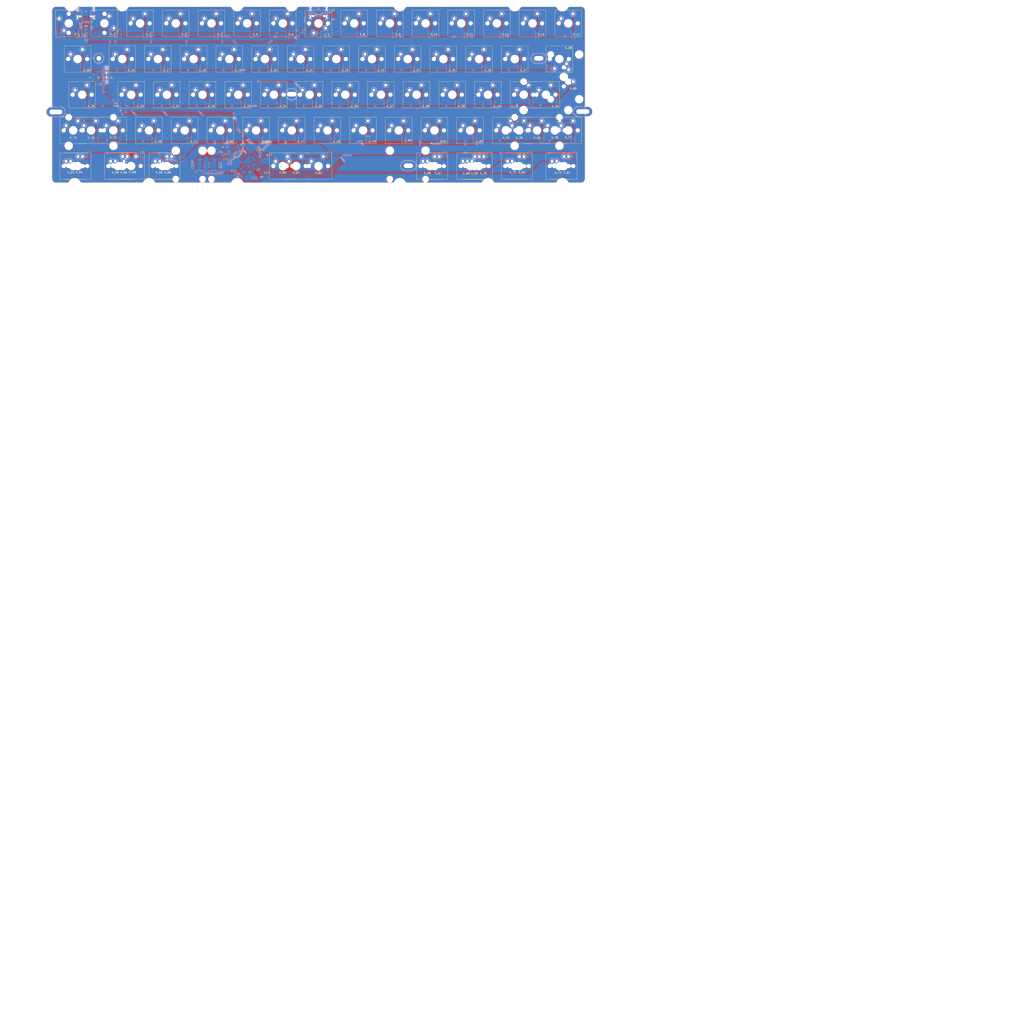
<source format=kicad_pcb>
(kicad_pcb (version 20240108) (generator "pcbnew") (generator_version "8.0")
  (layers (0 "F.Cu" signal) (31 "B.Cu" signal) (34 "B.Paste" user) (35 "F.Paste" user) (36 "B.SilkS" user "B.Silkscreen") (37 "F.SilkS" user "F.Silkscreen") (38 "B.Mask" user) (39 "F.Mask" user) (44 "Edge.Cuts" user))
  (net 0 "")
  (net 1 "Net-(D_0-A)")
  (net 2 "Net-(D_1-A)")
  (net 3 "col0")
  (net 4 "col1")
  (net 5 "col2")
  (net 6 "col3")
  (net 7 "col4")
  (net 8 "col5")
  (net 9 "col6")
  (net 10 "col7")
  (net 11 "col8")
  (net 12 "col9")
  (net 13 "col10")
  (net 14 "col11")
  (net 15 "col12")
  (net 16 "col13")
  (net 17 "col14")
  (net 18 "Net-(D_2-A)")
  (net 19 "Net-(D_3-A)")
  (net 20 "Net-(D_4-A)")
  (net 21 "Net-(D_5-A)")
  (net 22 "Net-(D_6-A)")
  (net 23 "Net-(D_7-A)")
  (net 24 "Net-(D_8-A)")
  (net 25 "Net-(D_9-A)")
  (net 26 "Net-(D_10-A)")
  (net 27 "Net-(D_11-A)")
  (net 28 "Net-(D_12-A)")
  (net 29 "Net-(D_13-A)")
  (net 30 "Net-(D_14-A)")
  (net 31 "Net-(D_15-A)")
  (net 32 "Net-(D_16-A)")
  (net 33 "Net-(D_17-A)")
  (net 34 "Net-(D_18-A)")
  (net 35 "Net-(D_19-A)")
  (net 36 "Net-(D_20-A)")
  (net 37 "Net-(D_21-A)")
  (net 38 "Net-(D_22-A)")
  (net 39 "Net-(D_23-A)")
  (net 40 "Net-(D_24-A)")
  (net 41 "Net-(D_25-A)")
  (net 42 "Net-(D_26-A)")
  (net 43 "Net-(D_27-A)")
  (net 44 "Net-(D_28-A)")
  (net 45 "Net-(D_29-A)")
  (net 46 "Net-(D_30-A)")
  (net 47 "Net-(D_31-A)")
  (net 48 "Net-(D_32-A)")
  (net 49 "Net-(D_33-A)")
  (net 50 "Net-(D_34-A)")
  (net 51 "Net-(D_35-A)")
  (net 52 "Net-(D_36-A)")
  (net 53 "Net-(D_37-A)")
  (net 54 "Net-(D_38-A)")
  (net 55 "Net-(D_39-A)")
  (net 56 "Net-(D_40-A)")
  (net 57 "Net-(D_41-A)")
  (net 58 "Net-(D_42-A)")
  (net 59 "Net-(D_43-A)")
  (net 60 "Net-(D_44-A)")
  (net 61 "Net-(D_45-A)")
  (net 62 "Net-(D_46-A)")
  (net 63 "Net-(D_47-A)")
  (net 64 "Net-(D_48-A)")
  (net 65 "Net-(D_49-A)")
  (net 66 "Net-(D_50-A)")
  (net 67 "Net-(D_51-A)")
  (net 68 "Net-(D_52-A)")
  (net 69 "Net-(D_53-A)")
  (net 70 "Net-(D_54-A)")
  (net 71 "Net-(D_55-A)")
  (net 72 "Net-(D_56-A)")
  (net 73 "Net-(D_57-A)")
  (net 74 "Net-(D_58-A)")
  (net 75 "Net-(D_59-A)")
  (net 76 "Net-(D_60-A)")
  (net 77 "Net-(D_61-A)")
  (net 78 "GND")
  (net 79 "D+")
  (net 80 "D-")
  (net 81 "BOOT0")
  (net 82 "+3V3")
  (net 83 "+5V")
  (net 84 "NRST")
  (net 85 "Net-(R10-Pad1)")
  (net 101 "Net-(J2-CC2)")
  (net 104 "Net-(J2-CC1)")
  (net 105 "row0")
  (net 106 "row1")
  (net 107 "row2")
  (net 108 "row3")
  (net 109 "row4")
  (net 110 "Net-(J1-CC1)")
  (net 111 "Net-(J1-CC2)")
  (net 114 "Net-(D_62-A)")
  (net 115 "Net-(D_63-A)")
  (net 116 "Net-(D_64-A)")
  (net 123 "Net-(J4-Pin_1)")
  (net 124 "Net-(F1-Pad1)")
  (net 125 "Net-(F2-Pad1)")
  (footprint "keyboard_switches:SW_Cherry_MX_PCB_1.00u" (layer "F.Cu") (at 285.975 136.25)
    (property "Reference" "K_21")
    (property "Value" "KEYSW")
  )
  (footprint "keyboard_switches:SW_Cherry_MX_PCB_1.00u" (layer "F.Cu") (at 343.125 136.25)
    (property "Reference" "K_24")
    (property "Value" "KEYSW")
  )
  (footprint "keyboard_switches:SW_Cherry_MX_PCB_1.00u" (layer "F.Cu") (at 333.6 117.2)
    (property "Reference" "K_9")
    (property "Value" "KEYSW")
  )
  (footprint "keyboard_switches:SW_Cherry_MX_PCB_1.25u" (layer "F.Cu") (at 378.84375 193.4)
    (property "Reference" "K_59")
    (property "Value" "KEYSW")
  )
  (footprint "keyboard_switches:SW_Cherry_MX_PCB_1.00u" (layer "F.Cu") (at 257.4 117.2)
    (property "Reference" "K_5")
    (property "Value" "KEYSW")
  )
  (footprint "keyboard_stabilizer:Stabilizer_Cherry_MX_single" (layer "F.Cu") (at 219.3 193.37127 180)
    (property "Reference" "S6" (hide yes))
    (property "Value" "MX_stab")
  )
  (footprint "keyboard_switches:SW_Cherry_MX_PCB_1.25u" (layer "F.Cu") (at 402.65625 193.4)
    (property "Reference" "K_60")
    (property "Value" "KEYSW")
  )
  (footprint "keyboard_switches:SW_Cherry_MX_PCB_1.00u" (layer "F.Cu") (at 409.8 117.2)
    (property "Reference" "K_13")
    (property "Value" "KEYSW")
  )
  (footprint "keyboard_switches:SW_Cherry_MX_PCB" (layer "F.Cu") (at 276.45 193.4)
    (property "Reference" "K_63")
    (property "Value" "KEYSW")
  )
  (footprint "keyboard_switches:SW_Cherry_MX_PCB_1.00u" (layer "F.Cu") (at 200.25 117.2)
    (property "Reference" "K_2")
    (property "Value" "KEYSW")
  )
  (footprint "keyboard_switches:SW_Cherry_MX_PCB_1.00u" (layer "F.Cu") (at 181.2 117.2 -90)
    (property "Reference" "K_1")
    (property "Value" "KEYSW")
  )
  (footprint "keyboard_switches:SW_Cherry_MX_PCB_1.00u" (layer "F.Cu") (at 428.85 174.35)
    (property "Reference" "K_77")
    (property "Value" "KEYSW")
  )
  (footprint "keyboard_switches:SW_Cherry_MX_PCB_1.00u" (layer "F.Cu") (at 381.225 136.25)
    (property "Reference" "K_26")
    (property "Value" "KEYSW")
  )
  (footprint "keyboard_switches:SW_Cherry_MX_PCB_1.00u" (layer "F.Cu") (at 366.9375 155.3)
    (property "Reference" "K_39")
    (property "Value" "KEYSW")
  )
  (footprint "keyboard_switches:SW_Cherry_MX_PCB_1.00u" (layer "F.Cu") (at 295.5 117.2 180)
    (property "Reference" "K_7")
    (property "Value" "KEYSW")
  )
  (footprint "keyboard_switches:SW_Cherry_MX_PCB_1.00u" (layer "F.Cu") (at 314.55 117.2)
    (property "Reference" "K_8")
    (property "Value" "KEYSW")
  )
  (footprint "keyboard_switches:SW_Cherry_MX_PCB_1.25u" (layer "F.Cu") (at 426.46875 193.4)
    (property "Reference" "K_61")
    (property "Value" "KEYSW")
  )
  (footprint "keyboard_switches:SW_Cherry_MX_PCB" (layer "F.Cu") (at 190.7885 193.36825)
    (property "Reference" "K_65")
    (property "Value" "KEYSW")
  )
  (footprint "keyboard_stabilizer:Stabilizer_Cherry_MX_2.00u" (layer "F.Cu") (at 416.94375 155.3)
    (property "Reference" "S2" (hide yes))
    (property "Value" "MX_stab")
  )
  (footprint "keyboard_switches:SW_Cherry_MX_PCB_1.00u" (layer "F.Cu") (at 195.4875 155.3)
    (property "Reference" "K_30")
    (property "Value" "KEYSW")
  )
  (footprint "keyboard_switches:SW_Cherry_MX_PCB_1.00u" (layer "F.Cu") (at 405.05 155.3)
    (property "Reference" "K_79")
    (property "Value" "KEYSW")
  )
  (footprint "keyboard_switches:SW_Cherry_MX_PCB_1.00u" (layer "F.Cu") (at 162.15 117.2 90)
    (property "Reference" "K_0")
    (property "Value" "KEYSW")
  )
  (footprint "keyboard_switches:SW_Cherry_MX_PCB_1.25u" (layer "F.Cu") (at 164.53 174.35)
    (property "Reference" "K_73")
    (property "Value" "KEYSW")
  )
  (footprint "keyboard_switches:SW_Cherry_MX_PCB_1.00u" (layer "F.Cu") (at 362.175 136.25)
    (property "Reference" "K_25")
    (property "Value" "KEYSW")
  )
  (footprint "keyboard_switches:SW_Cherry_MX_PCB_2.25u" (layer "F.Cu") (at 416.94375 155.3)
    (property "Reference" "K_41")
    (property "Value" "KEYSW")
  )
  (footprint "keyboard_switches:SW_Cherry_MX_PCB_1.00u" (layer "F.Cu") (at 319.3125 174.35)
    (property "Reference" "K_49")
    (property "Value" "KEYSW")
  )
  (footprint "keyboard_switches:SW_Cherry_MX_PCB_1.00u" (layer "F.Cu") (at 262.1625 174.35)
    (property "Reference" "K_46")
    (property "Value" "KEYSW")
  )
  (footprint "keyboard_switches:SW_Cherry_MX_PCB_1.00u" (layer "F.Cu") (at 276.45 117.2)
    (property "Reference" "K_6")
    (property "Value" "KEYSW")
  )
  (footprint "keyboard_switches:SW_Cherry_MX_PCB_1.00u" (layer "F.Cu") (at 352.65 117.2)
    (property "Reference" "K_10")
    (property "Value" "KEYSW")
  )
  (footprint "keyboard_switches:SW_Cherry_MX_PCB" (layer "F.Cu") (at 195.4875 193.36825)
    (property "Reference" "K_68")
    (property "Value" "KEYSW")
  )
  (footprint "keyboard_stabilizer:Stabilizer_Cherry_MX_6.25u" (layer "F.Cu") (at 283.59375 193.4 180)
    (property "Reference" "S4" (hide yes))
    (property "Value" "MX_stab")
  )
  (footprint "keyboard_switches:SW_Cherry_MX_PCB_1.00u" (layer "F.Cu") (at 400.275 136.25)
    (property "Reference" "K_27")
    (property "Value" "KEYSW")
  )
  (footprint "keyboard_switches:SW_Cherry_MX_PCB_1.00u" (layer "F.Cu") (at 266.925 136.25)
    (property "Reference" "K_20")
    (property "Value" "KEYSW")
  )
  (footprint "keyboard_stabilizer:Stabilizer_Cherry_MX_2.00u" (layer "F.Cu") (at 174.05625 174.35)
    (property "Reference" "S1" (hide yes))
    (property "Value" "MX_stab")
  )
  (footprint "keyboard_switches:SW_Cherry_MX_PCB_ISOEnter" (layer "F.Cu") (at 426.47 145.77)
    (property "Reference" "K_80")
    (property "Value" "KEYSW")
  )
  (footprint "keyboard_switches:SW_Cherry_MX_PCB" (layer "F.Cu") (at 381.225 193.4)
    (property "Reference" "K_70")
    (property "Value" "KEYSW")
  )
  (footprint "keyboard_switches:SW_Cherry_MX_PCB_1.00u" (layer "F.Cu") (at 290.7375 155.3)
    (property "Reference" "K_35")
    (property "Value" "KEYSW")
  )
  (footprint "keyboard_switches:SW_Cherry_MX_PCB_1.00u" (layer "F.Cu") (at 328.8375 155.3)
    (property "Reference" "K_37")
    (property "Value" "KEYSW")
  )
  (footprint "keyboard_switches:SW_Cherry_MX_PCB" (layer "F.Cu") (at 166.9125 193.4)
    (property "Reference" "K_64")
    (property "Value" "KEYSW")
  )
  (footprint "keyboard_stabilizer:Stabilizer_Cherry_MX_2.00u" (layer "F.Cu") (at 426.47 145.77 90)
    (property "Reference" "S7" (hide yes))
    (property "Value" "MX_stab")
  )
  (footprint "keyboard_switches:SW_Cherry_MX_PCB_1.00u" (layer "F.Cu") (at 309.7875 155.3)
    (property "Reference" "K_36")
    (property "Value" "KEYSW")
  )
  (footprint "keyboard_switches:SW_Cherry_MX_PCB_1.00u" (layer "F.Cu") (at 190.725 136.25)
    (property "Reference" "K_16")
    (property "Value" "KEYSW")
  )
  (footprint "keyboard_switches:SW_Cherry_MX_PCB_1.00u" (layer "F.Cu") (at 390.75 117.2)
    (property "Reference" "K_12")
    (property "Value" "KEYSW")
  )
  (footprint "keyboard_switches:SW_Cherry_MX_PCB_1.00u" (layer "F.Cu") (at 185.95 174.35)
    (property "Reference" "K_74")
    (property "Value" "KEYSW")
  )
  (footprint "keyboard_switches:SW_Cherry_MX_PCB" (layer "F.Cu") (at 214.5375 193.36825)
    (property "Reference" "K_66")
    (property "Value" "KEYSW")
  )
  (footprint "keyboard_switches:SW_Cherry_MX_PCB_1.00u" (layer "F.Cu") (at 243.1125 174.35)
    (property "Reference" "K_45")
    (property "Value" "KEYSW")
  )
  (footprint "keyboard_switches:SW_Cherry_MX_PCB_1.00u" (layer "F.Cu") (at 347.8875 155.3)
    (property "Reference" "K_38")
    (property "Value" "KEYSW")
  )
  (footprint "keyboard_stabilizer:Stabilizer_Cherry_MX_7.00u" (layer "F.Cu") (at 295.5 193.37127 180)
    (property "Reference" "S5")
    (property "Value" "MX_stab")
  )
  (footprint "keyboard_switches:SW_Cherry_MX_PCB_1.25u" (layer "F.Cu") (at 355.03125 193.4)
    (property "Reference" "K_58")
    (property "Value" "KEYSW")
  )
  (footprint "keyboard_stabilizer:Stabilizer_Cherry_MX_2.00u" (layer "F.Cu") (at 412.18125 174.34505)
    (property "Reference" "S3" (hide yes))
    (property "Value" "MX_stab")
  )
  (footprint "keyboard_switches:SW_Cherry_MX_PCB_1.25u" (layer "F.Cu") (at 212.15625 193.4)
    (property "Reference" "K_56")
    (property "Value" "KEYSW")
  )
  (footprint "keyboard_switches:SW_Cherry_MX_PCB" (layer "F.Cu") (at 357.4125 193.4)
    (property "Reference" "K_67")
    (property "Value" "KEYSW")
  )
  (footprint "keyboard_switches:SW_Cherry_MX_PCB_6.25u" (layer "F.Cu") (at 283.59375 193.4)
    (property "Reference" "K_57")
    (property "Value" "KEYSW")
  )
  (footprint "keyboard_switches:SW_Cherry_MX_PCB_1.00u" (layer "F.Cu") (at 305.025 136.25)
    (property "Reference" "K_22")
    (property "Value" "KEYSW")
  )
  (footprint "keyboard_switches:SW_Cherry_MX_PCB_1.00u" (layer "F.Cu") (at 233.5875 155.3)
    (property "Reference" "K_32")
    (property "Value" "KEYSW")
  )
  (footprint "keyboard_switches:SW_Cherry_MX_PCB_2.75u" (layer "F.Cu") (at 412.18125 174.35)
    (property "Reference" "K_53")
    (property "Value" "KEYSW")
  )
  (footprint "keyboard_switches:SW_Cherry_MX_PCB_1.00u" (layer "F.Cu") (at 324.075 136.25)
    (property "Reference" "K_23")
    (property "Value" "KEYSW")
  )
  (footprint "keyboard_switches:SW_Cherry_MX_PCB" (layer "F.Cu") (at 400.275 193.4)
    (property "Reference" "K_71")
    (property "Value" "KEYSW")
  )
  (footprint "keyboard_switches:SW_Cherry_MX_PCB_1.00u" (layer "F.Cu") (at 281.2125 174.35)
    (property "Reference" "K_47")
    (property "Value" "KEYSW")
  )
  (footprint "keyboard_switches:SW_Cherry_MX_PCB_1.00u" (layer "F.Cu") (at 271.6875 155.3)
    (property "Reference" "K_34")
    (property "Value" "KEYSW")
  )
  (footprint "keyboard_switches:SW_Cherry_MX_PCB_1.00u" (layer "F.Cu") (at 224.0625 174.35)
    (property "Reference" "K_44")
    (property "Value" "KEYSW")
  )
  (footprint "keyboard_switches:SW_Cherry_MX_PCB_1.00u" (layer "F.Cu") (at 371.7 117.2)
    (property "Reference" "K_11")
    (property "Value" "KEYSW")
  )
  (footprint "keyboard_switches:SW_Cherry_MX_PCB_1.00u" (layer "F.Cu") (at 376.4625 174.35)
    (property "Reference" "K_52")
    (property "Value" "KEYSW")
  )
  (footprint "keyboard_switches:SW_Cherry_MX_PCB_1.00u" (layer "F.Cu") (at 338.3625 174.35)
    (property "Reference" "K_50")
    (property "Value" "KEYSW")
  )
  (footprint "keyboard_switches:SW_Cherry_MX_PCB_1.00u" (layer "F.Cu") (at 428.85 117.2)
    (property "Reference" "K_14")
    (property "Value" "KEYSW")
  )
  (footprint "keyboard_switches:SW_Cherry_MX_PCB_1.00u" (layer "F.Cu") (at 238.35 117.2)
    (property "Reference" "K_4")
    (property "Value" "KEYSW")
  )
  (footprint "keyboard_switches:SW_Cherry_MX_PCB" (layer "F.Cu") (at 376.4625 193.4)
    (property "Reference" "K_69")
    (property "Value" "KEYSW")
  )
  (footprint "keyboard_switches:SW_Cherry_MX_PCB_1.00u" (layer "F.Cu") (at 228.825 136.25)
    (property "Reference" "K_18")
    (property "Value" "KEYSW")
  )
  (footprint "keyboard_switches:SW_Cherry_MX_PCB_1.75u" (layer "F.Cu") (at 421.7 174.35)
    (property "Reference" "K_78")
    (property "Value" "KEYSW")
  )
  (footprint "keyboard_switches:SW_Cherry_MX_PCB_1.00u" (layer "F.Cu") (at 395.5 174.35)
    (property "Reference" "K_75")
    (property "Value" "KEYSW")
  )
  (footprint "keyboard_switches:SW_Cherry_MX_PCB_1.50u" (layer "F.Cu") (at 424.0875 136.25 180)
    (property "Reference" "K_28")
    (property "Value" "KEYSW")
  )
  (footprint "keyboard_switches:SW_Cherry_MX_PCB_1.00u" (layer "F.Cu") (at 214.5375 155.3)
    (property "Reference" "K_31")
    (property "Value" "KEYSW")
  )
  (footprint "keyboard_switches:SW_Cherry_MX_PCB_1.75u" (layer "F.Cu") (at 402.65 174.35)
    (property "Reference" "K_76")
    (property "Value" "KEYSW")
  )
  (footprint "keyboard_switches:SW_Cherry_MX_PCB" (layer "F.Cu") (at 424.0875 193.4)
    (property "Reference" "K_72")
    (property "Value" "KEYSW")
  )
  (footprint "keyboard_switches:SW_Cherry_MX_PCB_2.25u" (layer "F.Cu") (at 174.05625 174.35)
    (property "Reference" "K_42")
    (property "Value" "KEYSW")
  )
  (footprint "keyboard_switches:SW_Cherry_MX_PCB_1.25u" (layer "F.Cu") (at 164.53125 193.4)
    (property "Reference" "K_54")
    (property "Value" "KEYSW")
  )
  (footprint "keyboard_switches:SW_Cherry_MX_PCB_1.00u" (layer "F.Cu") (at 357.4125 174.35)
    (property "Reference" "K_51")
    (property "Value" "KEYSW")
  )
  (footprint "keyboard_switches:SW_Cherry_MX_PCB_1.00u" (layer "F.Cu") (at 300.2625 174.35)
    (property "Reference" "K_48")
    (property "Value" "KEYSW")
  )
  (footprint "keyboard_switches:SW_Cherry_MX_PCB_1.00u" (layer "F.Cu") (at 219.3 117.2)
    (property "Reference" "K_3")
    (property "Value" "KEYSW")
  )
  (footprint "keyboard_switches:SW_Cherry_MX_PCB_1.00u" (layer "F.Cu") (at 385.9875 155.3)
    (property "Reference" "K_40")
    (property "Value" "KEYSW")
  )
  (footprint "keyboard_switches:SW_Cherry_MX_PCB_1.00u" (layer "F.Cu") (at 252.6375 155.3)
    (property "Reference" "K_33")
    (property "Value" "KEYSW")
  )
  (footprint "keyboard_switches:SW_Cherry_MX_PCB_1.00u" (layer "F.Cu") (at 205.0125 174.35)
    (property "Reference" "K_43")
    (property "Value" "KEYSW")
  )
  (footprint "keyboard_switches:SW_Cherry_MX_PCB_1.50u" (layer "F.Cu") (at 166.9125 136.25)
    (property "Reference" "K_15")
    (property "Value" "KEYSW")
  )
  (footprint "keyboard_switches:SW_Cherry_MX_PCB_1.25u" (layer "F.Cu") (at 188.34375 193.4)
    (property "Reference" "K_55")
    (property "Value" "KEYSW")
  )
  (footprint "keyboard_switches:SW_Cherry_MX_PCB_1.75u" (layer "F.Cu") (at 169.29375 155.3)
    (property "Reference" "K_29")
    (property "Value" "KEYSW")
  )
  (footprint "keyboard_switches:SW_Cherry_MX_PCB_1.00u" (layer "F.Cu") (at 209.775 136.25)
    (property "Reference" "K_17")
    (property "Value" "KEYSW")
  )
  (footprint "keyboard_switches:SW_Cherry_MX_PCB_1.00u" (layer "F.Cu") (at 247.875 136.25)
    (property "Reference" "K_19")
    (property "Value" "KEYSW")
  )
  (footprint "keyboard_switches:SW_Cherry_MX_PCB" (layer "F.Cu") (at 295.5 193.40127)
    (property "Reference" "K_62")
    (property "Value" "KEYSW")
  )
  (footprint "custom_components:D_SOD-123_vertical" (layer "B.Cu") (at 408.3 187.899999 -90)
    (property "Reference" "D_60" (hide yes))
    (property "Value" "D")
  )
  (footprint "custom_components:D_SOD-123_vertical" (layer "B.Cu") (at 288.5 140.6 90)
    (property "Reference" "D_21" (hide yes))
    (property "Value" "D")
  )
  (footprint "custom_components:D_SOD-123_vertical" (layer "B.Cu") (at 369.45 159.7 90)
    (property "Reference" "D_39" (hide yes))
    (property "Value" "D")
  )
  (footprint "custom_components:D_SOD-123_vertical" (layer "B.Cu") (at 278.94006 122.69262 90)
    (property "Reference" "D_6" (hide yes))
    (property "Value" "D")
  )
  (footprint "custom_components:D_SOD-123_vertical" (layer "B.Cu") (at 402.75 140.6 90)
    (property "Reference" "D_27" (hide yes))
    (property "Value" "D")
  )
  (footprint "Capacitor_SMD:C_0402_1005Metric" (layer "B.Cu") (at 255.363961 183.471825 135)
    (property "Reference" "C19")
    (property "Value" "100nF")
  )
  (footprint "custom_components:D_SOD-123_vertical" (layer "B.Cu") (at 222.65 188.6 90)
    (property "Reference" "D_56" (hide yes))
    (property "Value" "D")
  )
  (footprint "custom_components:D_SOD-123_vertical" (layer "B.Cu") (at 259.99006 122.54262 90)
    (property "Reference" "D_5" (hide yes))
    (property "Value" "D")
  )
  (footprint "Capacitor_SMD:C_0402_1005Metric" (layer "B.Cu") (at 253.939411 196.939411 -45)
    (property "Reference" "C20")
    (property "Value" "100nF")
  )
  (footprint "custom_components:D_SOD-123_vertical" (layer "B.Cu") (at 388.55 159.7 90)
    (property "Reference" "D_40" (hide yes))
    (property "Value" "D")
  )
  (footprint "custom_components:D_SOD-123_vertical" (layer "B.Cu") (at 321.85 178.6 90)
    (property "Reference" "D_49" (hide yes))
    (property "Value" "D")
  )
  (footprint "Capacitor_SMD:C_0402_1005Metric" (layer "B.Cu") (at 263.142136 199.028175 -45)
    (property "Reference" "C13")
    (property "Value" "100nF")
  )
  (footprint "custom_components:D_SOD-123_vertical" (layer "B.Cu") (at 264.65 178.6 90)
    (property "Reference" "D_46" (hide yes))
    (property "Value" "D")
  )
  (footprint "custom_components:D_SOD-123_vertical" (layer "B.Cu") (at 355.24006 122.69262 90)
    (property "Reference" "D_10" (hide yes))
    (property "Value" "D")
  )
  (footprint "custom_components:D_SOD-123_vertical" (layer "B.Cu") (at 431.44006 122.69262 90)
    (property "Reference" "D_14" (hide yes))
    (property "Value" "D")
  )
  (footprint "Resistor_SMD:R_0402_1005Metric" (layer "B.Cu") (at 266 197.6 -45)
    (property "Reference" "R10")
    (property "Value" "5.1k")
  )
  (footprint "custom_mounting_hole:MountingHole_5mmx2.5mm_M2_Pad" (layer "B.Cu") (at 343.5 193.2 180)
    (property "Reference" "H10" (hide yes))
    (property "Value" "MountingHole_Pad" (hide yes))
  )
  (footprint "custom_components:D_SOD-123_vertical" (layer "B.Cu") (at 221.84006 122.69262 90)
    (property "Reference" "D_3" (hide yes))
    (property "Value" "D")
  )
  (footprint "custom_mounting_hole:MountingHole_7mmx2.5mm_M2_Pad" (layer "B.Cu") (at 436.65 164.3 180)
    (property "Reference" "H8" (hide yes))
    (property "Value" "MountingHole_Pad" (hide yes))
  )
  (footprint "Resistor_SMD:R_0603_1608Metric_Pad0.98x0.95mm_HandSolder" (layer "B.Cu") (at 303.3 111.8)
    (property "Reference" "R3")
    (property "Value" "5.1k")
  )
  (footprint "Capacitor_SMD:C_0402_1005Metric" (layer "B.Cu") (at 250.719999 182.5)
    (property "Reference" "C14")
    (property "Value" "1uF")
  )
  (footprint "custom_components:D_SOD-123_vertical" (layer "B.Cu") (at 212.3 140.6 90)
    (property "Reference" "D_17" (hide yes))
    (property "Value" "D")
  )
  (footprint "Resistor_SMD:R_0603_1608Metric_Pad0.98x0.95mm_HandSolder" (layer "B.Cu") (at 303.3 113.4 180)
    (property "Reference" "R4")
    (property "Value" "5.1k")
  )
  (footprint "Fuse:Fuse_1206_3216Metric" (layer "B.Cu") (at 167.45 122.65)
    (property "Reference" "F1")
    (property "Value" "500mA")
  )
  (footprint "custom_components:D_SOD-123_vertical" (layer "B.Cu") (at 283.75 178.6 90)
    (property "Reference" "D_47" (hide yes))
    (property "Value" "D")
  )
  (footprint "custom_components:D_SOD-123_vertical" (layer "B.Cu") (at 336.14006 122.69262 90)
    (property "Reference" "D_9" (hide yes))
    (property "Value" "D")
  )
  (footprint "custom_components:D_SOD-123_vertical" (layer "B.Cu") (at 363.02 187.899999 -90)
    (property "Reference" "D_58" (hide yes))
    (property "Value" "D")
  )
  (footprint "custom_components:D_SOD-123_vertical" (layer "B.Cu") (at 202.84006 122.69262 90)
    (property "Reference" "D_2" (hide yes))
    (property "Value" "D")
  )
  (footprint "custom_components:D_SOD-123_vertical" (layer "B.Cu") (at 331.35 159.7 90)
    (property "Reference" "D_37" (hide yes))
    (property "Value" "D")
  )
  (footprint "custom_components:D_SOD-123_vertical" (layer "B.Cu") (at 414.75 178.6 90)
    (property "Reference" "D_53" (hide yes))
    (property "Value" "D")
  )
  (footprint "custom_components:D_SOD-123_vertical" (layer "B.Cu") (at 312.35 159.7 90)
    (property "Reference" "D_36" (hide yes))
    (property "Value" "D")
  )
  (footprint "Connector_PinHeader_2.54mm:PinHeader_1x04_P2.54mm_Vertical" (layer "B.Cu") (at 182.275 148.675)
    (property "Reference" "J8")
    (property "Value" "Conn_01x04_Socket")
  )
  (footprint "Resistor_SMD:R_0402_1005Metric" (layer "B.Cu") (at 264.56342 197.621031 -45)
    (property "Reference" "R9")
    (property "Value" "5.1k")
  )
  (footprint "custom_components:D_SOD-123_vertical" (layer "B.Cu") (at 409.15 159.2 90)
    (property "Reference" "D_41" (hide yes))
    (property "Value" "D")
  )
  (footprint "Capacitor_SMD:C_0402_1005Metric" (layer "B.Cu") (at 252.535534 195.55 135)
    (property "Reference" "C15")
    (property "Value" "100nF")
  )
  (footprint "Capacitor_SMD:C_0402_1005Metric" (layer "B.Cu") (at 250.72 187.5 180)
    (property "Reference" "C17")
    (property "Value" "1uF")
  )
  (footprint "custom_components:D_SOD-123_vertical" (layer "B.Cu") (at 193.25 140.6 90)
    (property "Reference" "D_16" (hide yes))
    (property "Value" "D")
  )
  (footprint "custom_components:D_SOD-123_vertical" (layer "B.Cu") (at 317.04006 122.69262 90)
    (property "Reference" "D_8" (hide yes))
    (property "Value" "D")
  )
  (footprint "custom_components:D_SOD-123_vertical" (layer "B.Cu") (at 350.45 159.7 90)
    (property "Reference" "D_38" (hide yes))
    (property "Value" "D")
  )
  (footprint "Package_QFP:LQFP-48_7x7mm_P0.5mm" (layer "B.Cu") (at 259.253048 191.25 45)
    (property "Reference" "U3")
    (property "Value" "STM32F072C8Tx")
  )
  (footprint "custom_components:D_SOD-123_vertical" (layer "B.Cu") (at 302.85 178.6 90)
    (property "Reference" "D_48" (hide yes))
    (property "Value" "D")
  )
  (footprint "Resistor_SMD:R_0603_1608Metric_Pad0.98x0.95mm_HandSolder" (layer "B.Cu") (at 172.9 119.5 90)
    (property "Reference" "R2")
    (property "Value" "5.1k")
  )
  (footprint "custom_mounting_hole:MountingHole_2.5mm_M2_Pad" (layer "B.Cu") (at 178.2 135.9 180)
    (property "Reference" "H12" (hide yes))
    (property "Value" "MountingHole_Pad" (hide yes))
  )
  (footprint "Fuse:Fuse_1206_3216Metric" (layer "B.Cu") (at 181 151.95 180)
    (property "Reference" "F4")
    (property "Value" "500mA")
  )
  (footprint "custom_components:D_SOD-123_vertical" (layer "B.Cu") (at 217.1 159.7 90)
    (property "Reference" "D_31" (hide yes))
    (property "Value" "D")
  )
  (footprint "custom_components:D_SOD-123_vertical" (layer "B.Cu") (at 301.32 187.9 -90)
    (property "Reference" "D_57" (hide yes))
    (property "Value" "D")
  )
  (footprint "Capacitor_SMD:C_0402_1005Metric" (layer "B.Cu") (at 266.989411 188.089411 -45)
    (property "Reference" "C18")
    (property "Value" "100nF")
  )
  (footprint "Resistor_SMD:R_0603_1608Metric_Pad0.98x0.95mm_HandSolder" (layer "B.Cu") (at 170 119.5 -90)
    (property "Reference" "R1")
    (property "Value" "5.1k")
  )
  (footprint "custom_components:D_SOD-123_vertical" (layer "B.Cu") (at 189.04006 122.69262 90)
    (property "Reference" "D_1" (hide yes))
    (property "Value" "D")
  )
  (footprint "Connector_Molex:Molex_Pico-EZmate_78171-0004_1x04-1MP_P1.20mm_Vertical" (layer "B.Cu") (at 177.475 146.125 90)
    (property "Reference" "J4")
    (property "Value" "Conn_01x04_MountingPin")
  )
  (footprint "custom_components:D_SOD-123_vertical" (layer "B.Cu") (at 255.25 159.7 90)
    (property "Reference" "D_33" (hide yes))
    (property "Value" "D")
  )
  (footprint "custom_components:D_SOD-123_vertical" (layer "B.Cu") (at 432.05 187.899999 -90)
    (property "Reference" "D_61" (hide yes))
    (property "Value" "D")
  )
  (footprint "custom_components:D_SOD-123_vertical" (layer "B.Cu") (at 201.52 187.899999 -90)
    (property "Reference" "D_55" (hide yes))
    (property "Value" "D")
  )
  (footprint "custom_components:D_SOD-123_vertical" (layer "B.Cu") (at 171.85 159.7 90)
    (property "Reference" "D_29" (hide yes))
    (property "Value" "D")
  )
  (footprint "custom_components:D_SOD-123_vertical" (layer "B.Cu") (at 207.55 178.6 90)
    (property "Reference" "D_43" (hide yes))
    (property "Value" "D")
  )
  (footprint "custom_components:D_SOD-123_vertical" (layer "B.Cu") (at 423.65 159.2 90)
    (property "Reference" "D_64" (hide yes))
    (property "Value" "D")
  )
  (footprint "custom_components:D_SOD-123_vertical" (layer "B.Cu") (at 236.15 159.7 90)
    (property "Reference" "D_32" (hide yes))
    (property "Value" "D")
  )
  (footprint "Button_Switch_SMD:SW_SPST_TL3342" (layer "B.Cu") (at 231.85 192.8 -90)
    (property "Reference" "BOOT1")
    (property "Value" "SW_SPST")
  )
  (footprint "custom_components:D_SOD-123_vertical" (layer "B.Cu") (at 383.75 140.6 90)
    (property "Reference" "D_26" (hide yes))
    (property "Value" "D")
  )
  (footprint "Capacitor_SMD:C_0402_1005Metric" (layer "B.Cu") (at 255.360589 198.360589 135)
    (property "Reference" "C16")
    (property "Value" "100nF")
  )
  (footprint "custom_components:D_SOD-123_vertical" (layer "B.Cu") (at 386.72 187.899999 -90)
    (property "Reference" "D_59" (hide yes))
    (property "Value" "D")
  )
  (footprint "custom_components:D_SOD-123_vertical" (layer "B.Cu") (at 231.35 140.6 90)
    (property "Reference" "D_18" (hide yes))
    (property "Value" "D")
  )
  (footprint "custom_components:D_SOD-123_vertical" (layer "B.Cu") (at 345.65 140.6 90)
    (property "Reference" "D_24" (hide yes))
    (property "Value" "D")
  )
  (footprint "custom_components:D_SOD-123_vertical" (layer "B.Cu") (at 198.05 159.7 90)
    (property "Reference" "D_30" (hide yes))
    (property "Value" "D")
  )
  (footprint "Capacitor_SMD:C_0603_1608Metric" (layer "B.Cu") (at 248.648008 190.051992 -135)
    (property "Reference" "C12")
    (property "Value" "10uF")
  )
  (footprint "custom_components:D_SOD-123_vertical" (layer "B.Cu") (at 245.65 178.6 90)
    (property "Reference" "D_45" (hide yes))
    (property "Value" "D")
  )
  (footprint "Capacitor_SMD:C_0402_1005Metric" (layer "B.Cu") (at 245.85 188.15 180)
    (property "Reference" "C11")
    (property "Value" "100nF")
  )
  (footprint "custom_components:D_SOD-123_vertical" (layer "B.Cu") (at 379 178.6 90)
    (property "Reference" "D_52" (hide yes))
    (property "Value" "D")
  )
  (footprint "custom_mounting_hole:MountingHole_5mmx2.5mm_M2_Pad" (layer "B.Cu") (at 413.05 135.9 180)
    (property "Reference" "H11" (hide yes))
    (property "Value" "MountingHole_Pad" (hide yes))
  )
  (footprint "custom_components:D_SOD-123_vertical" (layer "B.Cu") (at 359.95 178.6 90)
    (property "Reference" "D_51" (hide yes))
    (property "Value" "D")
  )
  (footprint "custom_mounting_hole:MountingHole_7mmx2.5mm_M2_Pad" (layer "B.Cu") (at 155.25 164.5 180)
    (property "Reference" "H7" (hide yes))
    (property "Value" "MountingHole_Pad" (hide yes))
  )
  (footprint "custom_components:D_SOD-123_vertical" (layer "B.Cu") (at 269.45 140.6 90)
    (property "Reference" "D_20" (hide yes))
    (property "Value" "D")
  )
  (footprint "custom_components:USB_C_Receptacle_G-Switch_GT-USB-7010ASV_custom" (layer "B.Cu") (at 295.5 110.7)
    (property "Reference" "J2")
    (property "Value" "USB_C_Receptacle_USB2.0_16P")
  )
  (footprint "Fuse:Fuse_1206_3216Metric" (layer "B.Cu") (at 287.6 121.05 180)
    (property "Reference" "F2")
    (property "Value" "500mA")
  )
  (footprint "Package_TO_SOT_SMD:SOT-23-3" (layer "B.Cu") (at 250.719999 184.975 180)
    (property "Reference" "U1")
    (property "Value" "XC6206PxxxMR")
  )
  (footprint "custom_components:D_SOD-123_vertical" (layer "B.Cu") (at 188.45 178.6 90)
    (property "Reference" "D_42" (hide yes))
    (property "Value" "D")
  )
  (footprint "Button_Switch_SMD:SW_SPST_TL3342" (layer "B.Cu") (at 239.55 192.8 90)
    (property "Reference" "RST1")
    (property "Value" "SW_SPST")
  )
  (footprint "custom_mounting_hole:MountingHole_7mm_2.5mm_M2_Pad" (layer "B.Cu") (at 281.2 155 180)
    (property "Reference" "H9" (hide yes))
    (property "Value" "MountingHole_Pad" (hide yes))
  )
  (footprint "custom_components:D_SOD-123_vertical" (layer "B.Cu") (at 176.65 178.6 90)
    (property "Reference" "D_62" (hide yes))
    (property "Value" "D")
  )
  (footprint "custom_components:USB_C_Receptacle_G-Switch_GT-USB-7010ASV_custom" (layer "B.Cu") (at 171.2 110.9)
    (property "Reference" "J1")
    (property "Value" "USB_C_Receptacle_USB2.0_16P")
  )
  (footprint "custom_components:D_SOD-123_vertical" (layer "B.Cu") (at 169.5 140.6 90)
    (property "Reference" "D_15" (hide yes))
    (property "Value" "D")
  )
  (footprint "custom_components:D_SOD-123_vertical" (layer "B.Cu") (at 156.74006 122.69262 90)
    (property "Reference" "D_0" (hide yes))
    (property "Value" "D")
  )
  (footprint "custom_components:D_SOD-123_vertical" (layer "B.Cu") (at 431.4 178.6 90)
    (property "Reference" "D_63" (hide yes))
    (property "Value" "D")
  )
  (footprint "custom_components:D_SOD-123_vertical" (layer "B.Cu") (at 173.07 187.899999 -90)
    (property "Reference" "D_54" (hide yes))
    (property "Value" "D")
  )
  (footprint "custom_components:D_SOD-123_vertical" (layer "B.Cu") (at 226.6 178.6 90)
    (property "Reference" "D_44" (hide yes))
    (property "Value" "D")
  )
  (footprint "custom_components:D_SOD-123_vertical" (layer "B.Cu") (at 364.7 140.6 90)
    (property "Reference" "D_25" (hide yes))
    (property "Value" "D")
  )
  (footprint "custom_components:D_SOD-123_vertical" (layer "B.Cu") (at 326.6 140.6 90)
    (property "Reference" "D_23" (hide yes))
    (property "Value" "D")
  )
  (footprint "custom_components:D_SOD-123_vertical" (layer "B.Cu") (at 340.9 178.6 90)
    (property "Reference" "D_50" (hide yes))
    (property "Value" "D")
  )
  (footprint "custom_components:D_SOD-123_vertical" (layer "B.Cu") (at 418.6 140.7 90)
    (property "Reference" "D_28" (hide yes))
    (property "Value" "D")
  )
  (footprint "custom_components:D_SOD-123_vertical" (layer "B.Cu") (at 250.4 140.6 90)
    (property "Reference" "D_19" (hide yes))
    (property "Value" "D")
  )
  (footprint "custom_components:D_SOD-123_vertical" (layer "B.Cu") (at 393.24006 122.69262 90)
    (property "Reference" "D_12" (hide yes))
    (property "Value" "D")
  )
  (footprint "custom_components:D_SOD-123_vertical" (layer "B.Cu") (at 307.55 140.6 90)
    (property "Reference" "D_22" (hide yes))
    (property "Value" "D")
  )
  (footprint "custom_components:D_SOD-123_vertical" (layer "B.Cu") (at 240.94006 122.69262 90)
    (property "Reference" "D_4" (hide yes))
    (property "Value" "D")
  )
  (footprint "Package_TO_SOT_SMD:SOT-143" (layer "B.Cu") (at 245.7 185.75)
    (property "Reference" "U4")
    (property "Value" "PRTR5V0U2X")
  )
  (footprint "custom_components:D_SOD-123_vertical" (layer "B.Cu") (at 295.84006 122.69262 90)
    (property "Reference" "D_7" (hide yes))
    (property "Value" "D")
  )
  (footprint "custom_components:D_SOD-123_vertical" (layer "B.Cu") (at 293.25 159.7 90)
    (property "Reference" "D_35" (hide yes))
    (property "Value" "D")
  )
  (footprint "custom_components:D_SOD-123_vertical" (layer "B.Cu") (at 374.24006 122.69262 90)
    (property "Reference" "D_11" (hide yes))
    (property "Value" "D")
  )
  (footprint "custom_components:D_SOD-123_vertical" (layer "B.Cu") (at 412.34006 122.69262 90)
    (property "Reference" "D_13" (hide yes))
    (property "Value" "D")
  )
  (footprint "custom_components:D_SOD-123_vertical" (layer "B.Cu") (at 274.25 159.7 90)
    (property "Reference" "D_34" (hide yes))
    (property "Value" "D")
  )
  (gr_arc (start 166.093071 109.006456) (mid 163.3 110.7) (end 160.506929 109.006455) (stroke (width 0.2)) (layer "Edge.Cuts"))
  (gr_arc (start 383.194429 201.593548) (mid 382.642108 202.182637) (end 381.864395 202.4) (stroke (width 0.2)) (layer "Edge.Cuts"))
  (gr_arc (start 336.106928 201.593543) (mid 335.554607 202.182631) (end 334.776895 202.399995) (stroke (width 0.2)) (layer "Edge.Cuts"))
  (gr_arc (start 396.151894 108.2) (mid 396.929596 108.417368) (end 397.481929 109.006451) (stroke (width 0.2)) (layer "Edge.Cuts"))
  (gr_line (start 435.6 108.2) (end 429.823132 108.200221) (stroke (width 0.2)) (layer "Edge.Cuts"))
  (gr_line (start 334.776895 202.399995) (end 256.223105 202.399995) (stroke (width 0.2)) (layer "Edge.Cuts"))
  (gr_line (start 153.15 110.45) (end 153.15 200.15) (stroke (width 0.2)) (layer "Edge.Cuts"))
  (gr_arc (start 435.6 108.2) (mid 437.19099 108.85901) (end 437.85 110.45) (stroke (width 0.2)) (layer "Edge.Cuts"))
  (gr_line (start 161.176894 202.399996) (end 155.4 202.4) (stroke (width 0.2)) (layer "Edge.Cuts"))
  (gr_arc (start 193.518071 109.006452) (mid 190.725 110.699996) (end 187.931929 109.006451) (stroke (width 0.2)) (layer "Edge.Cuts"))
  (gr_arc (start 162.506929 201.593544) (mid 165.3 199.9) (end 168.093071 201.593545) (stroke (width 0.2)) (layer "Edge.Cuts"))
  (gr_line (start 421.57692 108.200221) (end 404.398106 108.2) (stroke (width 0.2)) (layer "Edge.Cuts"))
  (gr_line (start 381.864395 202.4) (end 343.023107 202.399995) (stroke (width 0.2)) (layer "Edge.Cuts"))
  (gr_line (start 247.976893 202.399995) (end 209.135606 202.4) (stroke (width 0.2)) (layer "Edge.Cuts"))
  (gr_arc (start 403.068071 109.006452) (mid 400.275 110.700001) (end 397.481929 109.006451) (stroke (width 0.2)) (layer "Edge.Cuts"))
  (gr_line (start 396.151895 108.2) (end 343.023105 108.200005) (stroke (width 0.2)) (layer "Edge.Cuts"))
  (gr_arc (start 249.306928 201.593543) (mid 252.099999 199.899999) (end 254.89307 201.593544) (stroke (width 0.2)) (layer "Edge.Cuts"))
  (gr_arc (start 202.219429 201.593548) (mid 201.667108 202.182637) (end 200.889395 202.4) (stroke (width 0.2)) (layer "Edge.Cuts"))
  (gr_line (start 247.976894 108.200004) (end 194.848106 108.2) (stroke (width 0.2)) (layer "Edge.Cuts"))
  (gr_line (start 421.576895 202.399995) (end 390.110606 202.4) (stroke (width 0.2)) (layer "Edge.Cuts"))
  (gr_arc (start 336.10693 201.593543) (mid 338.900001 199.899999) (end 341.693072 201.593544) (stroke (width 0.2)) (layer "Edge.Cuts"))
  (gr_arc (start 249.306926 201.593543) (mid 248.754605 202.182631) (end 247.976893 202.399995) (stroke (width 0.2)) (layer "Edge.Cuts"))
  (gr_arc (start 256.223105 202.399995) (mid 255.445386 202.182642) (end 254.89307 201.593544) (stroke (width 0.2)) (layer "Edge.Cuts"))
  (gr_arc (start 277.089394 108.2) (mid 277.867113 108.417353) (end 278.419429 109.006451) (stroke (width 0.2)) (layer "Edge.Cuts"))
  (gr_arc (start 155.4 202.4) (mid 153.80901 201.74099) (end 153.15 200.15) (stroke (width 0.2)) (layer "Edge.Cuts"))
  (gr_arc (start 422.906928 201.593543) (mid 422.354609 202.182634) (end 421.576895 202.399995) (stroke (width 0.2)) (layer "Edge.Cuts"))
  (gr_arc (start 169.423106 202.399996) (mid 168.645387 202.182643) (end 168.093071 201.593545) (stroke (width 0.2)) (layer "Edge.Cuts"))
  (gr_line (start 186.601895 108.2) (end 167.423106 108.200004) (stroke (width 0.2)) (layer "Edge.Cuts"))
  (gr_arc (start 193.518072 109.006452) (mid 194.070393 108.417364) (end 194.848106 108.2) (stroke (width 0.2)) (layer "Edge.Cuts"))
  (gr_arc (start 254.893071 109.006456) (mid 252.1 110.7) (end 249.306929 109.006455) (stroke (width 0.2)) (layer "Edge.Cuts"))
  (gr_arc (start 421.57692 108.200221) (mid 422.354661 108.417554) (end 422.906955 109.006672) (stroke (width 0.2)) (layer "Edge.Cuts"))
  (gr_arc (start 403.068072 109.006452) (mid 403.620393 108.417365) (end 404.398106 108.2) (stroke (width 0.2)) (layer "Edge.Cuts"))
  (gr_arc (start 422.90693 201.593543) (mid 425.699998 199.900003) (end 428.493072 201.593544) (stroke (width 0.2)) (layer "Edge.Cuts"))
  (gr_arc (start 186.601894 108.2) (mid 187.379613 108.417353) (end 187.931929 109.006451) (stroke (width 0.2)) (layer "Edge.Cuts"))
  (gr_arc (start 202.219428 201.593548) (mid 205.0125 199.899999) (end 207.805572 201.593548) (stroke (width 0.2)) (layer "Edge.Cuts"))
  (gr_arc (start 209.135606 202.4) (mid 208.357894 202.182635) (end 207.805572 201.593548) (stroke (width 0.2)) (layer "Edge.Cuts"))
  (gr_line (start 277.089395 108.2) (end 256.223106 108.200004) (stroke (width 0.2)) (layer "Edge.Cuts"))
  (gr_arc (start 343.023107 202.399995) (mid 342.245388 202.182642) (end 341.693072 201.593544) (stroke (width 0.2)) (layer "Edge.Cuts"))
  (gr_arc (start 284.005572 109.006452) (mid 284.557893 108.417364) (end 285.335606 108.2) (stroke (width 0.2)) (layer "Edge.Cuts"))
  (gr_arc (start 429.823107 202.399995) (mid 429.045403 202.182629) (end 428.493072 201.593544) (stroke (width 0.2)) (layer "Edge.Cuts"))
  (gr_arc (start 254.893072 109.006456) (mid 255.445393 108.417368) (end 256.223106 108.200004) (stroke (width 0.2)) (layer "Edge.Cuts"))
  (gr_arc (start 166.093072 109.006456) (mid 166.645393 108.417368) (end 167.423106 108.200004) (stroke (width 0.2)) (layer "Edge.Cuts"))
  (gr_line (start 334.776893 108.200005) (end 285.335606 108.2) (stroke (width 0.2)) (layer "Edge.Cuts"))
  (gr_arc (start 162.506927 201.593544) (mid 161.954606 202.182632) (end 161.176894 202.399996) (stroke (width 0.2)) (layer "Edge.Cuts"))
  (gr_arc (start 341.693071 109.006457) (mid 342.245392 108.417369) (end 343.023105 108.200005) (stroke (width 0.2)) (layer "Edge.Cuts"))
  (gr_arc (start 153.15 110.45) (mid 153.80901 108.85901) (end 155.4 108.2) (stroke (width 0.2)) (layer "Edge.Cuts"))
  (gr_line (start 159.176894 108.200004) (end 155.4 108.2) (stroke (width 0.2)) (layer "Edge.Cuts"))
  (gr_line (start 437.85 200.15) (end 437.85 110.45) (stroke (width 0.2)) (layer "Edge.Cuts"))
  (gr_arc (start 334.776893 108.200005) (mid 335.554612 108.417358) (end 336.106928 109.006456) (stroke (width 0.2)) (layer "Edge.Cuts"))
  (gr_arc (start 390.110606 202.4) (mid 389.332893 202.182637) (end 388.780572 201.593548) (stroke (width 0.2)) (layer "Edge.Cuts"))
  (gr_line (start 435.6 202.4) (end 429.823107 202.399995) (stroke (width 0.2)) (layer "Edge.Cuts"))
  (gr_arc (start 428.493097 109.006673) (mid 425.700028 110.700213) (end 422.906955 109.006672) (stroke (width 0.2)) (layer "Edge.Cuts"))
  (gr_arc (start 159.176894 108.200004) (mid 159.954613 108.417357) (end 160.506929 109.006455) (stroke (width 0.2)) (layer "Edge.Cuts"))
  (gr_arc (start 437.85 200.15) (mid 437.19099 201.74099) (end 435.6 202.4) (stroke (width 0.2)) (layer "Edge.Cuts"))
  (gr_line (start 200.889395 202.4) (end 169.423106 202.399996) (stroke (width 0.2)) (layer "Edge.Cuts"))
  (gr_arc (start 284.005571 109.006452) (mid 281.2125 110.699996) (end 278.419429 109.006451) (stroke (width 0.2)) (layer "Edge.Cuts"))
  (gr_arc (start 428.493098 109.006673) (mid 429.045418 108.417588) (end 429.823132 108.200221) (stroke (width 0.2)) (layer "Edge.Cuts"))
  (gr_arc (start 247.976894 108.200004) (mid 248.754613 108.417357) (end 249.306929 109.006455) (stroke (width 0.2)) (layer "Edge.Cuts"))
  (gr_arc (start 383.194428 201.593548) (mid 385.9875 199.899999) (end 388.780572 201.593548) (stroke (width 0.2)) (layer "Edge.Cuts"))
  (gr_arc (start 341.69307 109.006457) (mid 338.899999 110.700001) (end 336.106928 109.006456) (stroke (width 0.2)) (layer "Edge.Cuts"))
  (segment (start 157.07 114.66) (end 157.07 120.66268) (width 0.3) (layer "B.Cu") (net 1))
  (segment (start 157.07 120.66268) (end 156.74006 120.99262) (width 0.3) (layer "B.Cu") (net 1))
  (segment (start 186.28 119.74) (end 187.53262 120.99262) (width 0.3) (layer "B.Cu") (net 2))
  (segment (start 187.53262 120.99262) (end 189.04006 120.99262) (width 0.3) (layer "B.Cu") (net 2))
  (segment (start 252.8 188.2) (end 243.65 197.35) (width 0.3) (layer "F.Cu") (net 3))
  (segment (start 164.352499 151.628749) (end 165.48375 152.76) (width 0.3) (layer "F.Cu") (net 3))
  (segment (start 159 189.13875) (end 160.72125 190.86) (width 0.3) (layer "F.Cu") (net 3))
  (segment (start 170.24625 168.09625) (end 170.24625 171.81) (width 0.3) (layer "F.Cu") (net 3))
  (segment (start 166.1 153.37625) (end 166.1 163.95) (width 0.3) (layer "F.Cu") (net 3))
  (segment (start 160.72 171.81) (end 170.24625 171.81) (width 0.3) (layer "F.Cu") (net 3))
  (segment (start 161.25 178.35) (end 159 180.6) (width 0.3) (layer "F.Cu") (net 3))
  (segment (start 161.25 172.34) (end 161.25 178.35) (width 0.3) (layer "F.Cu") (net 3))
  (segment (start 165.48375 152.76) (end 166.1 153.37625) (width 0.3) (layer "F.Cu") (net 3))
  (segment (start 243.65 197.35) (end 180.35 197.35) (width 0.3) (layer "F.Cu") (net 3))
  (segment (start 164.352499 134.959999) (end 164.352499 151.628749) (width 0.3) (layer "F.Cu") (net 3))
  (segment (start 160.72 171.81) (end 161.25 172.34) (width 0.3) (layer "F.Cu") (net 3))
  (segment (start 180.35 197.35) (end 173.86 190.86) (width 0.3) (layer "F.Cu") (net 3))
  (segment (start 159.61 121.01) (end 159.61 130.2175) (width 0.3) (layer "F.Cu") (net 3))
  (segment (start 160.72125 190.86) (end 163.1025 190.86) (width 0.3) (layer "F.Cu") (net 3))
  (segment (start 166.1 163.95) (end 170.24625 168.09625) (width 0.3) (layer "F.Cu") (net 3))
  (segment (start 159.61 130.2175) (end 163.1025 133.71) (width 0.3) (layer "F.Cu") (net 3))
  (segment (start 163.1025 133.71) (end 164.352499 134.959999) (width 0.3) (layer "F.Cu") (net 3))
  (segment (start 159 180.6) (end 159 189.13875) (width 0.3) (layer "F.Cu") (net 3))
  (segment (start 173.86 190.86) (end 163.1025 190.86) (width 0.3) (layer "F.Cu") (net 3))
  (via (at 252.8 188.2) (size 0.4) (drill 0.2) (layers "F.Cu" "B.Cu") (net 3))
  (segment (start 255.425833 189.190551) (end 254.435282 188.2) (width 0.3) (layer "B.Cu") (net 3))
  (segment (start 254.435282 188.2) (end 252.8 188.2) (width 0.3) (layer "B.Cu") (net 3))
  (segment (start 186.9785 190.82825) (end 191.6775 190.82825) (width 0.3) (layer "F.Cu") (net 4))
  (segment (start 184.2 113.85) (end 183.74 113.39) (width 0.3) (layer "F.Cu") (net 4))
  (segment (start 243.25 196.85) (end 206.692893 196.85) (width 0.3) (layer "F.Cu") (net 4))
  (segment (start 186.94675 190.86) (end 186.9785 190.82825) (width 0.3) (layer "F.Cu") (net 4))
  (segment (start 182.14 171.81) (end 180.25 169.92) (width 0.3) (layer "F.Cu") (net 4))
  (segment (start 182.14 171.81) (end 182.6 172.27) (width 0.3) (layer "F.Cu") (net 4))
  (segment (start 252.45 187.65) (end 243.25 196.85) (width 0.3) (layer "F.Cu") (net 4))
  (segment (start 180.25 139.2) (end 184.2 135.25) (width 0.3) (layer "F.Cu") (net 4))
  (segment (start 182.6 172.27) (end 182.6 188.92625) (width 0.3) (layer "F.Cu") (net 4))
  (segment (start 253.35 187.65) (end 252.45 187.65) (width 0.3) (layer "F.Cu") (net 4))
  (segment (start 184.2 135.25) (end 184.2 113.85) (width 0.3) (layer "F.Cu") (net 4))
  (segment (start 206.692893 196.85) (end 200.292893 190.45) (width 0.3) (layer "F.Cu") (net 4))
  (segment (start 184.53375 190.86) (end 186.94675 190.86) (width 0.3) (layer "F.Cu") (net 4))
  (segment (start 200.292893 190.45) (end 192.05575 190.45) (width 0.3) (layer "F.Cu") (net 4))
  (segment (start 180.25 169.92) (end 180.25 139.2) (width 0.3) (layer "F.Cu") (net 4))
  (segment (start 182.6 188.92625) (end 184.53375 190.86) (width 0.3) (layer "F.Cu") (net 4))
  (segment (start 192.05575 190.45) (end 191.6775 190.82825) (width 0.3) (layer "F.Cu") (net 4))
  (via (at 253.35 187.65) (size 0.4) (drill 0.2) (layers "F.Cu" "B.Cu") (net 4))
  (segment (start 255.779386 188.836998) (end 255.096194 188.153806) (width 0.3) (layer "B.Cu") (net 4))
  (segment (start 254.592388 187.65) (end 253.35 187.65) (width 0.3) (layer "B.Cu") (net 4))
  (segment (start 255.096194 188.153806) (end 254.592388 187.65) (width 0.3) (layer "B.Cu") (net 4))
  (segment (start 242.857106 196.35) (end 206.9 196.35) (width 0.3) (layer "F.Cu") (net 5))
  (segment (start 192.25 160.35) (end 201.2025 169.3025) (width 0.3) (layer "F.Cu") (net 5))
  (segment (start 201.2025 169.3025) (end 201.2025 171.81) (width 0.3) (layer "F.Cu") (net 5))
  (segment (start 252.107106 187.1) (end 242.857106 196.35) (width 0.3) (layer "F.Cu") (net 5))
  (segment (start 187.75 134.545) (end 187.75 148.8325) (width 0.3) (layer "F.Cu") (net 5))
  (segment (start 206.9 196.35) (end 201.7 191.15) (width 0.3) (layer "F.Cu") (net 5))
  (segment (start 186.915 133.71) (end 187.75 134.545) (width 0.3) (layer "F.Cu") (net 5))
  (segment (start 192.25 153.3325) (end 192.25 160.35) (width 0.3) (layer "F.Cu") (net 5))
  (segment (start 201.7 172.3075) (end 201.2025 171.81) (width 0.3) (layer "F.Cu") (net 5))
  (segment (start 186.915 122.735) (end 186.915 133.71) (width 0.3) (layer "F.Cu") (net 5))
  (segment (start 194.99 114.66) (end 186.915 122.735) (width 0.3) (layer "F.Cu") (net 5))
  (segment (start 196.44 114.66) (end 194.99 114.66) (width 0.3) (layer "F.Cu") (net 5))
  (segment (start 201.7 191.15) (end 201.7 172.3075) (width 0.3) (layer "F.Cu") (net 5))
  (segment (start 191.6775 152.76) (end 192.25 153.3325) (width 0.3) (layer "F.Cu") (net 5))
  (segment (start 253.9 187.1) (end 252.107106 187.1) (width 0.3) (layer "F.Cu") (net 5))
  (segment (start 187.75 148.8325) (end 191.6775 152.76) (width 0.3) (layer "F.Cu") (net 5))
  (via (at 253.9 187.1) (size 0.4) (drill 0.2) (layers "F.Cu" "B.Cu") (net 5))
  (segment (start 256.132939 188.483445) (end 254.749494 187.1) (width 0.3) (layer "B.Cu") (net 5))
  (segment (start 254.749494 187.1) (end 253.9 187.1) (width 0.3) (layer "B.Cu") (net 5))
  (segment (start 205.965 122.417234) (end 205.965 133.71) (width 0.3) (layer "F.Cu") (net 6))
  (segment (start 210.7275 152.76) (end 211.977499 154.009999) (width 0.3) (layer "F.Cu") (net 6))
  (segment (start 211.15575 190.4) (end 219.4 190.4) (width 0.3) (layer "F.Cu") (net 6))
  (segment (start 219.4 190.4) (end 224.85 195.85) (width 0.3) (layer "F.Cu") (net 6))
  (segment (start 213.722234 114.66) (end 205.965 122.417234) (width 0.3) (layer "F.Cu") (net 6))
  (segment (start 217.74 171.81) (end 210.7275 178.8225) (width 0.3) (layer "F.Cu") (net 6))
  (segment (start 220.2525 171.81) (end 217.74 171.81) (width 0.3) (layer "F.Cu") (net 6))
  (segment (start 211.977499 154.009999) (end 211.977499 163.534999) (width 0.3) (layer "F.Cu") (net 6))
  (segment (start 242.649999 195.85) (end 251.949999 186.55) (width 0.3) (layer "F.Cu") (net 6))
  (segment (start 205.965 135.646167) (end 207.35 137.031167) (width 0.3) (layer "F.Cu") (net 6))
  (segment (start 251.949999 186.55) (end 254.35 186.55) (width 0.3) (layer "F.Cu") (net 6))
  (segment (start 224.85 195.85) (end 242.649999 195.85) (width 0.3) (layer "F.Cu") (net 6))
  (segment (start 205.965 133.71) (end 205.965 135.646167) (width 0.3) (layer "F.Cu") (net 6))
  (segment (start 215.49 114.66) (end 213.722234 114.66) (width 0.3) (layer "F.Cu") (net 6))
  (segment (start 210.7275 178.8225) (end 210.7275 190.82825) (width 0.3) (layer "F.Cu") (net 6))
  (segment (start 210.7275 190.82825) (end 211.15575 190.4) (width 0.3) (layer "F.Cu") (net 6))
  (segment (start 207.35 149.3825) (end 210.7275 152.76) (width 0.3) (layer "F.Cu") (net 6))
  (segment (start 211.977499 163.534999) (end 220.2525 171.81) (width 0.3) (layer "F.Cu") (net 6))
  (segment (start 207.35 137.031167) (end 207.35 149.3825) (width 0.3) (layer "F.Cu") (net 6))
  (via (at 254.35 186.55) (size 0.4) (drill 0.2) (layers "F.Cu" "B.Cu") (net 6))
  (segment (start 254.906602 186.55) (end 254.35 186.55) (width 0.3) (layer "B.Cu") (net 6))
  (segment (start 256.486493 188.129891) (end 254.906602 186.55) (width 0.3) (layer "B.Cu") (net 6))
  (segment (start 225.015 122.417234) (end 225.015 133.71) (width 0.3) (layer "F.Cu") (net 7))
  (segment (start 245.15 186.75) (end 250.15 186.75) (width 0.3) (layer "F.Cu") (net 7))
  (segment (start 239.3025 171.81) (end 240.1 172.6075) (width 0.3) (layer "F.Cu") (net 7))
  (segment (start 234.54 114.66) (end 232.772234 114.66) (width 0.3) (layer "F.Cu") (net 7))
  (segment (start 232.772234 114.66) (end 225.015 122.417234) (width 0.3) (layer "F.Cu") (net 7))
  (segment (start 230.45 153.4325) (end 230.45 162.9575) (width 0.3) (layer "F.Cu") (net 7))
  (segment (start 225.015 133.71) (end 225.8 134.495) (width 0.3) (layer "F.Cu") (net 7))
  (segment (start 225.8 148.7825) (end 229.7775 152.76) (width 0.3) (layer "F.Cu") (net 7))
  (segment (start 240.1 181.7) (end 245.15 186.75) (width 0.3) (layer "F.Cu") (net 7))
  (segment (start 225.8 134.495) (end 225.8 148.7825) (width 0.3) (layer "F.Cu") (net 7))
  (segment (start 250.15 186.75) (end 250.9 186) (width 0.3) (layer "F.Cu") (net 7))
  (segment (start 229.7775 152.76) (end 230.45 153.4325) (width 0.3) (layer "F.Cu") (net 7))
  (segment (start 250.9 186) (end 254.75 186) (width 0.3) (layer "F.Cu") (net 7))
  (segment (start 230.45 162.9575) (end 239.3025 171.81) (width 0.3) (layer "F.Cu") (net 7))
  (segment (start 240.1 172.6075) (end 240.1 181.7) (width 0.3) (layer "F.Cu") (net 7))
  (via (at 254.75 186) (size 0.4) (drill 0.2) (layers "F.Cu" "B.Cu") (net 7))
  (segment (start 256.840046 187.776338) (end 256.281855 187.218145) (width 0.3) (layer "B.Cu") (net 7))
  (segment (start 256.281855 187.218145) (end 255.06371 186) (width 0.3) (layer "B.Cu") (net 7))
  (segment (start 255.06371 186) (end 254.75 186) (width 0.3) (layer "B.Cu") (net 7))
  (segment (start 251.822234 114.66) (end 244.065 122.417234) (width 0.3) (layer "F.Cu") (net 8))
  (segment (start 248.8275 152.76) (end 249.4 153.3325) (width 0.3) (layer "F.Cu") (net 8))
  (segment (start 249.4 162.8575) (end 258.3525 171.81) (width 0.3) (layer "F.Cu") (net 8))
  (segment (start 255.15 173.244734) (end 256.584734 171.81) (width 0.3) (layer "F.Cu") (net 8))
  (segment (start 244.75 148.6825) (end 248.8275 152.76) (width 0.3) (layer "F.Cu") (net 8))
  (segment (start 244.065 133.71) (end 244.75 134.395) (width 0.3) (layer "F.Cu") (net 8))
  (segment (start 244.75 134.395) (end 244.75 148.6825) (width 0.3) (layer "F.Cu") (net 8))
  (segment (start 253.59 114.66) (end 251.822234 114.66) (width 0.3) (layer "F.Cu") (net 8))
  (segment (start 244.065 122.417234) (end 244.065 133.71) (width 0.3) (layer "F.Cu") (net 8))
  (segment (start 256.7 186.25) (end 255.15 184.7) (width 0.3) (layer "F.Cu") (net 8))
  (segment (start 256.584734 171.81) (end 258.3525 171.81) (width 0.3) (layer "F.Cu") (net 8))
  (segment (start 249.4 153.3325) (end 249.4 162.8575) (width 0.3) (layer "F.Cu") (net 8))
  (segment (start 255.15 184.7) (end 255.15 173.244734) (width 0.3) (layer "F.Cu") (net 8))
  (via (at 256.7 186.25) (size 0.4) (drill 0.2) (layers "F.Cu" "B.Cu") (net 8))
  (segment (start 256.727922 186.25) (end 257.547153 187.069231) (width 0.3) (layer "B.Cu") (net 8))
  (segment (start 256.727922 186.25) (end 256.7 186.25) (width 0.3) (layer "B.Cu") (net 8))
  (segment (start 277.9 185.6) (end 272.64 190.86) (width 0.3) (layer "F.Cu") (net 9))
  (segment (start 291.68873 190.86) (end 291.69 190.86127) (width 0.3) (layer "F.Cu") (net 9))
  (segment (start 277.4025 171.81) (end 268.55 162.9575) (width 0.3) (layer "F.Cu") (net 9))
  (segment (start 273.2 123.625) (end 263.115 133.71) (width 0.3) (layer "F.Cu") (net 9))
  (segment (start 263.115 133.71) (end 263.75 134.345) (width 0.3) (layer "F.Cu") (net 9))
  (segment (start 272.64 114.66) (end 273.2 115.22) (width 0.3) (layer "F.Cu") (net 9))
  (segment (start 263.75 148.6325) (end 267.8775 152.76) (width 0.3) (layer "F.Cu") (net 9))
  (segment (start 268.55 153.4325) (end 267.8775 152.76) (width 0.3) (layer "F.Cu") (net 9))
  (segment (start 263.75 134.345) (end 263.75 148.6325) (width 0.3) (layer "F.Cu") (net 9))
  (segment (start 277.9 172.3075) (end 277.9 185.6) (width 0.3) (layer "F.Cu") (net 9))
  (segment (start 277.4025 171.81) (end 277.9 172.3075) (width 0.3) (layer "F.Cu") (net 9))
  (segment (start 273.2 115.22) (end 273.2 123.625) (width 0.3) (layer "F.Cu") (net 9))
  (segment (start 268.55 162.9575) (end 268.55 153.4325) (width 0.3) (layer "F.Cu") (net 9))
  (segment (start 279.78375 190.86) (end 279.94 190.86) (width 0.3) (layer "B.Cu") (net 9))
  (segment (start 279.94127 190.86127) (end 291.69 190.86127) (width 0.3) (layer "B.Cu") (net 9))
  (segment (start 268.13 186.35) (end 272.64 190.86) (width 0.3) (layer "B.Cu") (net 9))
  (segment (start 262.373157 188.483445) (end 264.506602 186.35) (width 0.3) (layer "B.Cu") (net 9))
  (segment (start 264.506602 186.35) (end 268.13 186.35) (width 0.3) (layer "B.Cu") (net 9))
  (segment (start 272.64 190.86) (end 279.78375 190.86) (width 0.3) (layer "B.Cu") (net 9))
  (segment (start 279.94 190.86) (end 279.94127 190.86127) (width 0.3) (layer "B.Cu") (net 9))
  (segment (start 270.0675 181.1825) (end 266.15 185.1) (width 0.3) (layer "F.Cu") (net 10))
  (segment (start 287.55 162.9075) (end 296.4525 171.81) (width 0.3) (layer "F.Cu") (net 10))
  (segment (start 293.74 133.71) (end 299.31 128.14) (width 0.3) (layer "F.Cu") (net 10))
  (segment (start 282.165 133.71) (end 293.74 133.71) (width 0.3) (layer "F.Cu") (net 10))
  (segment (start 262.9 148.3) (end 262.5 148.7) (width 0.3) (layer "F.Cu") (net 10))
  (segment (start 269.774607 169.453288) (end 270.0675 169.746181) (width 0.3) (layer "F.Cu") (net 10))
  (segment (start 262.5 162.178682) (end 269.774607 169.453288) (width 0.3) (layer "F.Cu") (net 10))
  (segment (start 282.9 148.7325) (end 286.9275 152.76) (width 0.3) (layer "F.Cu") (net 10))
  (segment (start 262.5 148.7) (end 262.5 162.178682) (width 0.3) (layer "F.Cu") (net 10))
  (segment (start 263.2 148.3) (end 262.9 148.3) (width 0.3) (layer "F.Cu") (net 10))
  (segment (start 270.0675 169.746181) (end 270.0675 178.489682) (width 0.3) (layer "F.Cu") (net 10))
  (segment (start 287.55 153.3825) (end 287.55 162.9075) (width 0.3) (layer "F.Cu") (net 10))
  (segment (start 270.0675 178.489682) (end 270.0675 181.1825) (width 0.3) (layer "F.Cu") (net 10))
  (segment (start 299.31 128.14) (end 299.31 119.74) (width 0.3) (layer "F.Cu") (net 10))
  (segment (start 282.165 133.71) (end 282.9 134.445) (width 0.3) (layer "F.Cu") (net 10))
  (segment (start 286.9275 152.76) (end 287.55 153.3825) (width 0.3) (layer "F.Cu") (net 10))
  (segment (start 282.9 134.445) (end 282.9 148.7325) (width 0.3) (layer "F.Cu") (net 10))
  (via (at 263.2 148.3) (size 0.4) (drill 0.2) (layers "F.Cu" "B.Cu") (net 10))
  (via (at 266.15 185.1) (size 0.4) (drill 0.2) (layers "F.Cu" "B.Cu") (net 10))
  (segment (start 262.019603 188.129891) (end 264.299494 185.85) (width 0.3) (layer "B.Cu") (net 10))
  (segment (start 264.299494 185.85) (end 264.7 185.85) (width 0.3) (layer "B.Cu") (net 10))
  (segment (start 282.4675 148.3) (end 263.2 148.3) (width 0.3) (layer "B.Cu") (net 10))
  (segment (start 286.9275 152.76) (end 282.4675 148.3) (width 0.3) (layer "B.Cu") (net 10))
  (segment (start 266.15 185.1) (end 265.4 185.85) (width 0.3) (layer "B.Cu") (net 10))
  (segment (start 265.4 185.85) (end 264.7 185.85) (width 0.3) (layer "B.Cu") (net 10))
  (segment (start 316.752499 173.059999) (end 316.752499 179.997501) (width 0.3) (layer "F.Cu") (net 11))
  (segment (start 301.215 133.71) (end 301.85 134.345) (width 0.3) (layer "F.Cu") (net 11))
  (segment (start 301.215 122.417234) (end 301.215 133.71) (width 0.3) (layer "F.Cu") (net 11))
  (segment (start 305.9775 152.76) (end 306.7 153.4825) (width 0.3) (layer "F.Cu") (net 11))
  (segment (start 301.85 148.6325) (end 305.9775 152.76) (width 0.3) (layer "F.Cu") (net 11))
  (segment (start 308.972234 114.66) (end 301.215 122.417234) (width 0.3) (layer "F.Cu") (net 11))
  (segment (start 306.7 153.4825) (end 306.7 163.0075) (width 0.3) (layer "F.Cu") (net 11))
  (segment (start 306.7 163.0075) (end 315.5025 171.81) (width 0.3) (layer "F.Cu") (net 11))
  (segment (start 315.5025 171.81) (end 316.752499 173.059999) (width 0.3) (layer "F.Cu") (net 11))
  (segment (start 310.74 114.66) (end 308.972234 114.66) (width 0.3) (layer "F.Cu") (net 11))
  (segment (start 301.85 134.345) (end 301.85 148.6325) (width 0.3) (layer "F.Cu") (net 11))
  (segment (start 316.752499 179.997501) (end 307.7 189.05) (width 0.3) (layer "F.Cu") (net 11))
  (via (at 307.7 189.05) (size 0.4) (drill 0.2) (layers "F.Cu" "B.Cu") (net 11))
  (segment (start 264.140924 192.248788) (end 264.735331 192.843195) (width 0.3) (layer "B.Cu") (net 11))
  (segment (start 300.65 196.1) (end 307.7 189.05) (width 0.3) (layer "B.Cu") (net 11))
  (segment (start 271.2 196.1) (end 300.65 196.1) (width 0.3) (layer "B.Cu") (net 11))
  (segment (start 267.943195 192.843195) (end 271.2 196.1) (width 0.3) (layer "B.Cu") (net 11))
  (segment (start 264.735331 192.843195) (end 267.943195 192.843195) (width 0.3) (layer "B.Cu") (net 11))
  (segment (start 320.265 133.71) (end 321 134.445) (width 0.3) (layer "F.Cu") (net 12))
  (segment (start 321 148.7325) (end 325.0275 152.76) (width 0.3) (layer "F.Cu") (net 12))
  (segment (start 334.5525 171.81) (end 330.49 171.81) (width 0.3) (layer "F.Cu") (net 12))
  (segment (start 325.8 153.5325) (end 325.8 163.0575) (width 0.3) (layer "F.Cu") (net 12))
  (segment (start 321 134.445) (end 321 148.7325) (width 0.3) (layer "F.Cu") (net 12))
  (segment (start 325.8 163.0575) (end 334.5525 171.81) (width 0.3) (layer "F.Cu") (net 12))
  (segment (start 320.265 122.417234) (end 320.265 133.71) (width 0.3) (layer "F.Cu") (net 12))
  (segment (start 329.79 114.66) (end 328.022234 114.66) (width 0.3) (layer "F.Cu") (net 12))
  (segment (start 320 177.65) (end 308.15 189.5) (width 0.3) (layer "F.Cu") (net 12))
  (segment (start 324.65 177.65) (end 320 177.65) (width 0.3) (layer "F.Cu") (net 12))
  (segment (start 328.022234 114.66) (end 320.265 122.417234) (width 0.3) (layer "F.Cu") (net 12))
  (segment (start 330.49 171.81) (end 324.65 177.65) (width 0.3) (layer "F.Cu") (net 12))
  (segment (start 325.0275 152.76) (end 325.8 153.5325) (width 0.3) (layer "F.Cu") (net 12))
  (via (at 308.15 189.5) (size 0.4) (drill 0.2) (layers "F.Cu" "B.Cu") (net 12))
  (segment (start 267.742894 193.35) (end 270.992894 196.6) (width 0.3) (layer "B.Cu") (net 12))
  (segment (start 270.992894 196.6) (end 301.05 196.6) (width 0.3) (layer "B.Cu") (net 12))
  (segment (start 264.535028 193.35) (end 267.742894 193.35) (width 0.3) (layer "B.Cu") (net 12))
  (segment (start 301.05 196.6) (end 308.15 189.5) (width 0.3) (layer "B.Cu") (net 12))
  (segment (start 263.78737 192.602342) (end 264.535028 193.35) (width 0.3) (layer "B.Cu") (net 12))
  (segment (start 347.072234 114.66) (end 339.315 122.417234) (width 0.3) (layer "F.Cu") (net 13))
  (segment (start 349.55 189.18875) (end 351.22125 190.86) (width 0.3) (layer "F.Cu") (net 13))
  (segment (start 348.84 114.66) (end 347.072234 114.66) (width 0.3) (layer "F.Cu") (net 13))
  (segment (start 351.22125 190.86) (end 353.6025 190.86) (width 0.3) (layer "F.Cu") (net 13))
  (segment (start 339.315 133.71) (end 339.85 134.245) (width 0.3) (layer "F.Cu") (net 13))
  (segment (start 344.8 163.0075) (end 353.6025 171.81) (width 0.3) (layer "F.Cu") (net 13))
  (segment (start 320.2 178.3) (end 308.55 189.95) (width 0.3) (layer "F.Cu") (net 13))
  (segment (start 340.85 149.4) (end 340.85 149.5325) (width 0.3) (layer "F.Cu") (net 13))
  (segment (start 339.315 122.417234) (end 339.315 133.71) (width 0.3) (layer "F.Cu") (net 13))
  (segment (start 353.6025 171.81) (end 351.834734 171.81) (width 0.3) (layer "F.Cu") (net 13))
  (segment (start 351.834734 171.81) (end 345.344734 178.3) (width 0.3) (layer "F.Cu") (net 13))
  (segment (start 344.8 153.4825) (end 344.8 163.0075) (width 0.3) (layer "F.Cu") (net 13))
  (segment (start 351.834734 171.81) (end 349.55 174.094734) (width 0.3) (layer "F.Cu") (net 13))
  (segment (start 339.85 134.245) (end 339.85 148.4) (width 0.3) (layer "F.Cu") (net 13))
  (segment (start 344.0775 152.76) (end 344.8 153.4825) (width 0.3) (layer "F.Cu") (net 13))
  (segment (start 340.85 149.5325) (end 344.0775 152.76) (width 0.3) (layer "F.Cu") (net 13))
  (segment (start 339.85 148.4) (end 340.85 149.4) (width 0.3) (layer "F.Cu") (net 13))
  (segment (start 349.55 174.094734) (end 349.55 189.18875) (width 0.3) (layer "F.Cu") (net 13))
  (segment (start 345.344734 178.3) (end 320.2 178.3) (width 0.3) (layer "F.Cu") (net 13))
  (via (at 308.55 189.95) (size 0.4) (drill 0.2) (layers "F.Cu" "B.Cu") (net 13))
  (segment (start 267.535788 193.85) (end 270.785788 197.1) (width 0.3) (layer "B.Cu") (net 13))
  (segment (start 301.4 197.1) (end 308.55 189.95) (width 0.3) (layer "B.Cu") (net 13))
  (segment (start 263.433817 192.955895) (end 264.035028 193.557107) (width 0.3) (layer "B.Cu") (net 13))
  (segment (start 264.035028 193.557107) (end 264.327921 193.85) (width 0.3) (layer "B.Cu") (net 13))
  (segment (start 270.785788 197.1) (end 301.4 197.1) (width 0.3) (layer "B.Cu") (net 13))
  (segment (start 264.327921 193.85) (end 267.535788 193.85) (width 0.3) (layer "B.Cu") (net 13))
  (segment (start 363.7 162.8575) (end 363.7 153.3325) (width 0.3) (layer "F.Cu") (net 14))
  (segment (start 309.55 189.85) (end 309 190.4) (width 0.3) (layer "F.Cu") (net 14))
  (segment (start 363.7 153.3325) (end 363.1275 152.76) (width 0.3) (layer "F.Cu") (net 14))
  (segment (start 370.24 171.81) (end 360.7 181.35) (width 0.3) (layer "F.Cu") (net 14))
  (segment (start 309.55 189.85) (end 318.05 181.35) (width 0.3) (layer "F.Cu") (net 14))
  (segment (start 375.03375 190.86) (end 377.415 190.86) (width 0.3) (layer "F.Cu") (net 14))
  (segment (start 372.6525 171.81) (end 363.7 162.8575) (width 0.3) (layer "F.Cu") (net 14))
  (segment (start 360.7 181.35) (end 359.4 181.35) (width 0.3) (layer "F.Cu") (net 14))
  (segment (start 368.45 123.625) (end 368.45 115.22) (width 0.3) (layer "F.Cu") (net 14))
  (segment (start 372.6525 190.86) (end 375.03375 190.86) (width 0.3) (layer "F.Cu") (net 14))
  (segment (start 368.45 115.22) (end 367.89 114.66) (width 0.3) (layer "F.Cu") (net 14))
  (segment (start 358.9 148.5325) (end 358.9 134.245) (width 0.3) (layer "F.Cu") (net 14))
  (segment (start 358.9 134.245) (end 358.365 133.71) (width 0.3) (layer "F.Cu") (net 14))
  (segment (start 358.365 133.71) (end 368.45 123.625) (width 0.3) (layer "F.Cu") (net 14))
  (segment (start 318.05 181.35) (end 318.8 181.35) (width 0.3) (layer "F.Cu") (net 14))
  (segment (start 373.902499 189.610001) (end 372.6525 190.86) (width 0.3) (layer "F.Cu") (net 14))
  (segment (start 373.902499 173.059999) (end 373.902499 189.610001) (width 0.3) (layer "F.Cu") (net 14))
  (segment (start 372.6525 171.81) (end 373.902499 173.059999) (width 0.3) (layer "F.Cu") (net 14))
  (segment (start 363.1275 152.76) (end 358.9 148.5325) (width 0.3) (layer "F.Cu") (net 14))
  (segment (start 359.4 181.35) (end 355.85 181.35) (width 0.3) (layer "F.Cu") (net 14))
  (segment (start 372.6525 171.81) (end 370.24 171.81) (width 0.3) (layer "F.Cu") (net 14))
  (via (at 308.974266 190.374266) (size 0.4) (drill 0.2) (layers "F.Cu" "B.Cu") (net 14))
  (via (at 355.85 181.35) (size 0.4) (drill 0.2) (layers "F.Cu" "B.Cu") (net 14))
  (via (at 318.8 181.35) (size 0.4) (drill 0.2) (layers "F.Cu" "B.Cu") (net 14))
  (segment (start 308.588909 190.688909) (end 308.903552 190.374266) (width 0.3) (layer "B.Cu") (net 14))
  (segment (start 263.080263 193.309449) (end 264.120814 194.35) (width 0.3) (layer "B.Cu") (net 14))
  (segment (start 308.903552 190.374266) (end 308.974266 190.374266) (width 0.3) (layer "B.Cu") (net 14))
  (segment (start 270.285788 197.307106) (end 270.285788 197.307107) (width 0.3) (layer "B.Cu") (net 14))
  (segment (start 318.8 181.35) (end 355.85 181.35) (width 0.3) (layer "B.Cu") (net 14))
  (segment (start 264.120814 194.35) (end 267.328682 194.35) (width 0.3) (layer "B.Cu") (net 14))
  (segment (start 270.285788 197.307107) (end 270.578681 197.6) (width 0.3) (layer "B.Cu") (net 14))
  (segment (start 301.677818 197.6) (end 308.588909 190.688909) (width 0.3) (layer "B.Cu") (net 14))
  (segment (start 267.328682 194.35) (end 270.285788 197.307106) (width 0.3) (layer "B.Cu") (net 14))
  (segment (start 270.578681 197.6) (end 301.677818 197.6) (width 0.3) (layer "B.Cu") (net 14))
  (segment (start 319.15 181.95) (end 318.3 181.95) (width 0.3) (layer "F.Cu") (net 15))
  (segment (start 386.94 114.66) (end 384.74 114.66) (width 0.3) (layer "F.Cu") (net 15))
  (segment (start 377.415 121.985) (end 377.415 133.71) (width 0.3) (layer "F.Cu") (net 15))
  (segment (start 380.5 181.95) (end 379.9 181.95) (width 0.3) (layer "F.Cu") (net 15))
  (segment (start 378.2 148.7825) (end 382.1775 152.76) (width 0.3) (layer "F.Cu") (net 15))
  (segment (start 382.1775 152.76) (end 383.5375 154.12) (width 0.3) (layer "F.Cu") (net 15))
  (segment (start 378.2 134.495) (end 378.2 148.7825) (width 0.3) (layer "F.Cu") (net 15))
  (segment (start 384.74 114.66) (end 377.415 121.985) (width 0.3) (layer "F.Cu") (net 15))
  (segment (start 377.415 133.71) (end 378.2 134.495) (width 0.3) (layer "F.Cu") (net 15))
  (segment (start 318.3 181.95) (end 309.392009 190.857991) (width 0.3) (layer "F.Cu") (net 15))
  (segment (start 383.5375 154.12) (end 383.5375 178.9125) (width 0.3) (layer "F.Cu") (net 15))
  (segment (start 309.392009 190.857991) (end 309.32925 190.857991) (width 0.3) (layer "F.Cu") (net 15))
  (segment (start 383.5375 178.9125) (end 380.5 181.95) (width 0.3) (layer "F.Cu") (net 15))
  (via (at 309.32925 190.857991) (size 0.4) (drill 0.2) (layers "F.Cu" "B.Cu") (net 15))
  (via (at 379.9 181.95) (size 0.4) (drill 0.2) (layers "F.Cu" "B.Cu") (net 15))
  (via (at 319.15 181.95) (size 0.4) (drill 0.2) (layers "F.Cu" "B.Cu") (net 15))
  (segment (start 268.760788 196.489212) (end 267.121576 194.85) (width 0.3) (layer "B.Cu") (net 15))
  (segment (start 268.760788 196.489214) (end 268.760788 196.489212) (width 0.3) (layer "B.Cu") (net 15))
  (segment (start 267.121576 194.85) (end 263.913707 194.85) (width 0.3) (layer "B.Cu") (net 15))
  (segment (start 379.9 181.95) (end 319.15 181.95) (width 0.3) (layer "B.Cu") (net 15))
  (segment (start 263.913707 194.85) (end 262.72671 193.663003) (width 0.3) (layer "B.Cu") (net 15))
  (segment (start 302.087241 198.1) (end 270.371574 198.1) (width 0.3) (layer "B.Cu") (net 15))
  (segment (start 309.32925 190.857991) (end 302.087241 198.1) (width 0.3) (layer "B.Cu") (net 15))
  (segment (start 270.371574 198.1) (end 268.760788 196.489214) (width 0.3) (layer "B.Cu") (net 15))
  (segment (start 262.72671 193.663003) (end 262.72671 193.663002) (width 0.3) (layer "B.Cu") (net 15))
  (segment (start 403.34 114.66) (end 396.465 121.535) (width 0.3) (layer "F.Cu") (net 16))
  (segment (start 401.5 164.7) (end 402.9 166.1) (width 0.3) (layer "F.Cu") (net 16))
  (segment (start 399.74 171.81) (end 398.84 171.81) (width 0.3) (layer "F.Cu") (net 16))
  (segment (start 401.5 153.02) (end 401.5 164.7) (width 0.3) (layer "F.Cu") (net 16))
  (segment (start 397.1 148.62) (end 401.24 152.76) (width 0.3) (layer "F.Cu") (net 16))
  (segment (start 391.69 171.81) (end 398.84 171.81) (width 0.3) (layer "F.Cu") (net 16))
  (segment (start 392.4 172.52) (end 392.4 186.795) (width 0.3) (layer "F.Cu") (net 16))
  (segment (start 397.1 134.345) (end 397.1 148.62) (width 0.3) (layer "F.Cu") (net 16))
  (segment (start 402.9 166.1) (end 402.9 168.65) (width 0.3) (layer "F.Cu") (net 16))
  (segment (start 401.24 152.76) (end 401.5 153.02) (width 0.3) (layer "F.Cu") (net 16))
  (segment (start 396.465 133.71) (end 397.1 134.345) (width 0.3) (layer "F.Cu") (net 16))
  (segment (start 396.465 190.86) (end 398.84625 190.86) (width 0.3) (layer "F.Cu") (net 16))
  (segment (start 392.4 186.795) (end 396.465 190.86) (width 0.3) (layer "F.Cu") (net 16))
  (segment (start 398.84 171.81) (end 408.37125 171.81) (width 0.3) (layer "F.Cu") (net 16))
  (segment (start 391.69 171.81) (end 392.4 172.52) (width 0.3) (layer "F.Cu") (net 16))
  (segment (start 405.99 114.66) (end 403.34 114.66) (width 0.3) (layer "F.Cu") (net 16))
  (segment (start 396.465 121.535) (end 396.465 133.71) (width 0.3) (layer "F.Cu") (net 16))
  (segment (start 402.9 168.65) (end 399.74 171.81) (width 0.3) (layer "F.Cu") (net 16))
  (segment (start 266.91447 195.35) (end 267.782235 196.217765) (width 0.3) (layer "B.Cu") (net 16))
  (segment (start 269.871574 198.307107) (end 270.164467 198.6) (width 0.3) (layer "B.Cu") (net 16))
  (segment (start 267.782235 196.217765) (end 267.782235 196.217767) (width 0.3) (layer "B.Cu") (net 16))
  (segment (start 270.164467 198.6) (end 302.3 198.6) (width 0.3) (layer "B.Cu") (net 16))
  (segment (start 385.9 196.7) (end 391.74 190.86) (width 0.3) (layer "B.Cu") (net 16))
  (segment (start 304.2 196.7) (end 385.9 196.7) (width 0.3) (layer "B.Cu") (net 16))
  (segment (start 262.373157 194.016555) (end 262.44638 194.089779) (width 0.3) (layer "B.Cu") (net 16))
  (segment (start 391.74 190.86) (end 396.465 190.86) (width 0.3) (layer "B.Cu") (net 16))
  (segment (start 267.782235 196.217767) (end 269.871574 198.307107) (width 0.3) (layer "B.Cu") (net 16))
  (segment (start 263.706601 195.35) (end 266.91447 195.35) (width 0.3) (layer "B.Cu") (net 16))
  (segment (start 302.3 198.6) (end 304.2 196.7) (width 0.3) (layer "B.Cu") (net 16))
  (segment (start 262.44638 194.089779) (end 263.706601 195.35) (width 0.3) (layer "B.Cu") (net 16))
  (segment (start 429.01 141.96) (end 428.27 142.7) (width 0.3) (layer "F.Cu") (net 17))
  (segment (start 418.85 189.4325) (end 420.2775 190.86) (width 0.3) (layer "F.Cu") (net 17))
  (segment (start 420.2775 190.86) (end 422.65875 190.86) (width 0.3) (layer "F.Cu") (net 17))
  (segment (start 427.8975 138.79) (end 428.35 139.2425) (width 0.3) (layer "F.Cu") (net 17))
  (segment (start 417.89 171.81) (end 418.85 172.77) (width 0.3) (layer "F.Cu") (net 17))
  (segment (start 428.35 139.2425) (end 428.35 141.3) (width 0.3) (layer "F.Cu") (net 17))
  (segment (start 425.06 114.66) (end 425.9 115.5) (width 0.3) (layer "F.Cu") (net 17))
  (segment (start 414 153.5) (end 414 164.45) (width 0.3) (layer "F.Cu") (net 17))
  (segment (start 413.13375 152.76) (end 413.26 152.76) (width 0.3) (layer "F.Cu") (net 17))
  (segment (start 427.05 137.9425) (end 427.8975 138.79) (width 0.3) (layer "F.Cu") (net 17))
  (segment (start 418.85 172.77) (end 418.85 189.4325) (width 0.3) (layer "F.Cu") (net 17))
  (segment (start 425.04 114.66) (end 425.06 114.66) (width 0.3) (layer "F.Cu") (net 17))
  (segment (start 414 164.45) (end 417.89 168.34) (width 0.3) (layer "F.Cu") (net 17))
  (segment (start 425.9 115.5) (end 425.9 118.7) (width 0.3) (layer "F.Cu") (net 17))
  (segment (start 428.27 142.7) (end 423.65 142.7) (width 0.3) (layer "F.Cu") (net 17))
  (segment (start 427.05 119.85) (end 427.05 137.9425) (width 0.3) (layer "F.Cu") (net 17))
  (segment (start 417.89 171.81) (end 425.04 171.81) (width 0.3) (layer "F.Cu") (net 17))
  (segment (start 423.65 142.7) (end 413.59 152.76) (width 0.3) (layer "F.Cu") (net 17))
  (segment (start 413.26 152.76) (end 414 153.5) (width 0.3) (layer "F.Cu") (net 17))
  (segment (start 425.9 118.7) (end 427.05 119.85) (width 0.3) (layer "F.Cu") (net 17))
  (segment (start 413.59 152.76) (end 413.13375 152.76) (width 0.3) (layer "F.Cu") (net 17))
  (segment (start 428.35 141.3) (end 429.01 141.96) (width 0.3) (layer "F.Cu") (net 17))
  (segment (start 417.89 168.34) (end 417.89 171.81) (width 0.3) (layer "F.Cu") (net 17))
  (segment (start 269.95736 199.1) (end 267.928681 197.071321) (width 0.3) (layer "B.Cu") (net 17))
  (segment (start 407.95 197.25) (end 304.4 197.25) (width 0.3) (layer "B.Cu") (net 17))
  (segment (start 267.928681 197.071319) (end 266.707362 195.85) (width 0.3) (layer "B.Cu") (net 17))
  (segment (start 414.34 190.86) (end 407.95 197.25) (width 0.3) (layer "B.Cu") (net 17))
  (segment (start 263.499494 195.85) (end 262.019603 194.370109) (width 0.3) (layer "B.Cu") (net 17))
  (segment (start 304.4 197.25) (end 302.55 199.1) (width 0.3) (layer "B.Cu") (net 17))
  (segment (start 267.928681 197.071321) (end 267.928681 197.071319) (width 0.3) (layer "B.Cu") (net 17))
  (segment (start 420.2775 190.86) (end 414.34 190.86) (width 0.3) (layer "B.Cu") (net 17))
  (segment (start 266.707362 195.85) (end 263.499494 195.85) (width 0.3) (layer "B.Cu") (net 17))
  (segment (start 302.55 199.1) (end 269.95736 199.1) (width 0.3) (layer "B.Cu") (net 17))
  (segment (start 202.79 120.94256) (end 202.84006 120.99262) (width 0.3) (layer "B.Cu") (net 18))
  (segment (start 202.79 112.12) (end 202.79 120.94256) (width 0.3) (layer "B.Cu") (net 18))
  (segment (start 221.84 112.12) (end 221.84 120.99256) (width 0.3) (layer "B.Cu") (net 19))
  (segment (start 221.84 120.99256) (end 221.84006 120.99262) (width 0.3) (layer "B.Cu") (net 19))
  (segment (start 240.89 112.12) (end 240.89 120.94256) (width 0.3) (layer "B.Cu") (net 20))
  (segment (start 240.89 120.94256) (end 240.94006 120.99262) (width 0.3) (layer "B.Cu") (net 20))
  (segment (start 259.94 120.79256) (end 259.99006 120.84262) (width 0.3) (layer "B.Cu") (net 21))
  (segment (start 259.94 112.12) (end 259.94 120.79256) (width 0.3) (layer "B.Cu") (net 21))
  (segment (start 278.99 120.94268) (end 278.94006 120.99262) (width 0.3) (layer "B.Cu") (net 22))
  (segment (start 278.99 112.12) (end 278.99 120.94268) (width 0.3) (layer "B.Cu") (net 22))
  (segment (start 292.96 122.28) (end 294.24738 120.99262) (width 0.3) (layer "B.Cu") (net 23))
  (segment (start 294.24738 120.99262) (end 295.84006 120.99262) (width 0.3) (layer "B.Cu") (net 23))
  (segment (start 317.09 112.12) (end 317.09 120.94268) (width 0.3) (layer "B.Cu") (net 24))
  (segment (start 317.09 120.94268) (end 317.04006 120.99262) (width 0.3) (layer "B.Cu") (net 24))
  (segment (start 336.14 112.12) (end 336.14 120.99256) (width 0.3) (layer "B.Cu") (net 25))
  (segment (start 336.14 120.99256) (end 336.14006 120.99262) (width 0.3) (layer "B.Cu") (net 25))
  (segment (start 355.19 112.12) (end 355.19 120.94256) (width 0.3) (layer "B.Cu") (net 26))
  (segment (start 355.19 120.94256) (end 355.24006 120.99262) (width 0.3) (layer "B.Cu") (net 26))
  (segment (start 374.24 120.99256) (end 374.24006 120.99262) (width 0.3) (layer "B.Cu") (net 27))
  (segment (start 374.24 112.12) (end 374.24 120.99256) (width 0.3) (layer "B.Cu") (net 27))
  (segment (start 393.24006 120.99262) (end 393.24006 112.16994) (width 0.3) (layer "B.Cu") (net 28))
  (segment (start 393.24006 112.16994) (end 393.29 112.12) (width 0.3) (layer "B.Cu") (net 28))
  (segment (start 412.34006 112.12006) (end 412.34 112.12) (width 0.3) (layer "B.Cu") (net 29))
  (segment (start 412.34006 120.99262) (end 412.34006 112.12006) (width 0.3) (layer "B.Cu") (net 29))
  (segment (start 431.39 112.12) (end 431.39 120.94256) (width 0.3) (layer "B.Cu") (net 30))
  (segment (start 431.39 120.94256) (end 431.44006 120.99262) (width 0.3) (layer "B.Cu") (net 30))
  (segment (start 169.5 138.9) (end 169.5 131.2175) (width 0.3) (layer "B.Cu") (net 31))
  (segment (start 169.5 131.2175) (end 169.4525 131.17) (width 0.3) (layer "B.Cu") (net 31))
  (segment (start 193.265 131.17) (end 193.265 138.885) (width 0.3) (layer "B.Cu") (net 32))
  (segment (start 193.265 138.885) (end 193.25 138.9) (width 0.3) (layer "B.Cu") (net 32))
  (segment (start 212.315 138.885) (end 212.3 138.9) (width 0.3) (layer "B.Cu") (net 33))
  (segment (start 212.315 131.17) (end 212.315 138.885) (width 0.3) (layer "B.Cu") (net 33))
  (segment (start 231.365 138.885) (end 231.35 138.9) (width 0.3) (layer "B.Cu") (net 34))
  (segment (start 231.365 131.17) (end 231.365 138.885) (width 0.3) (layer "B.Cu") (net 34))
  (segment (start 250.415 138.885) (end 250.4 138.9) (width 0.3) (layer "B.Cu") (net 35))
  (segment (start 250.415 131.17) (end 250.415 138.885) (width 0.3) (layer "B.Cu") (net 35))
  (segment (start 269.465 131.17) (end 269.465 138.885) (width 0.3) (layer "B.Cu") (net 36))
  (segment (start 269.465 138.885) (end 269.45 138.9) (width 0.3) (layer "B.Cu") (net 36))
  (segment (start 288.515 138.885) (end 288.5 138.9) (width 0.3) (layer "B.Cu") (net 37))
  (segment (start 288.515 131.17) (end 288.515 138.885) (width 0.3) (layer "B.Cu") (net 37))
  (segment (start 307.565 131.17) (end 307.565 138.885) (width 0.3) (layer "B.Cu") (net 38))
  (segment (start 307.565 138.885) (end 307.55 138.9) (width 0.3) (layer "B.Cu") (net 38))
  (segment (start 326.615 138.885) (end 326.6 138.9) (width 0.3) (layer "B.Cu") (net 39))
  (segment (start 326.615 131.17) (end 326.615 138.885) (width 0.3) (layer "B.Cu") (net 39))
  (segment (start 345.665 138.885) (end 345.65 138.9) (width 0.3) (layer "B.Cu") (net 40))
  (segment (start 345.665 131.17) (end 345.665 138.885) (width 0.3) (layer "B.Cu") (net 40))
  (segment (start 364.715 138.885) (end 364.7 138.9) (width 0.3) (layer "B.Cu") (net 41))
  (segment (start 364.715 131.17) (end 364.715 138.885) (width 0.3) (layer "B.Cu") (net 41))
  (segment (start 383.765 131.17) (end 383.765 138.885) (width 0.3) (layer "B.Cu") (net 42))
  (segment (start 383.765 138.885) (end 383.75 138.9) (width 0.3) (layer "B.Cu") (net 42))
  (segment (start 402.815 138.835) (end 402.75 138.9) (width 0.3) (layer "B.Cu") (net 43))
  (segment (start 402.815 131.17) (end 402.815 138.835) (width 0.3) (layer "B.Cu") (net 43))
  (segment (start 418.6 139) (end 419.2175 139) (width 0.3) (layer "B.Cu") (net 44))
  (segment (start 419.2175 139) (end 421.5475 141.33) (width 0.3) (layer "B.Cu") (net 44))
  (segment (start 171.83375 157.98375) (end 171.85 158) (width 0.3) (layer "B.Cu") (net 45))
  (segment (start 171.83375 150.22) (end 171.83375 157.98375) (width 0.3) (layer "B.Cu") (net 45))
  (segment (start 198.0275 157.9775) (end 198.05 158) (width 0.3) (layer "B.Cu") (net 46))
  (segment (start 198.0275 150.22) (end 198.0275 157.9775) (width 0.3) (layer "B.Cu") (net 46))
  (segment (start 217.0775 157.9775) (end 217.1 158) (width 0.3) (layer "B.Cu") (net 47))
  (segment (start 217.0775 150.22) (end 217.0775 157.9775) (width 0.3) (layer "B.Cu") (net 47))
  (segment (start 236.1275 150.22) (end 236.1275 157.9775) (width 0.3) (layer "B.Cu") (net 48))
  (segment (start 236.1275 157.9775) (end 236.15 158) (width 0.3) (layer "B.Cu") (net 48))
  (segment (start 255.1775 157.9275) (end 255.25 158) (width 0.3) (layer "B.Cu") (net 49))
  (segment (start 255.1775 150.22) (end 255.1775 157.9275) (width 0.3) (layer "B.Cu") (net 49))
  (segment (start 274.2275 150.22) (end 274.2275 157.9775) (width 0.3) (layer "B.Cu") (net 50))
  (segment (start 274.2275 157.9775) (end 274.25 158) (width 0.3) (layer "B.Cu") (net 50))
  (segment (start 293.2775 150.22) (end 293.2775 157.9725) (width 0.3) (layer "B.Cu") (net 51))
  (segment (start 293.2775 157.9725) (end 293.25 158) (width 0.3) (layer "B.Cu") (net 51))
  (segment (start 312.3275 157.9775) (end 312.35 158) (width 0.3) (layer "B.Cu") (net 52))
  (segment (start 312.3275 150.22) (end 312.3275 157.9775) (width 0.3) (layer "B.Cu") (net 52))
  (segment (start 331.3775 150.22) (end 331.3775 157.9725) (width 0.3) (layer "B.Cu") (net 53))
  (segment (start 331.3775 157.9725) (end 331.35 158) (width 0.3) (layer "B.Cu") (net 53))
  (segment (start 350.4275 150.22) (end 350.4275 157.9775) (width 0.3) (layer "B.Cu") (net 54))
  (segment (start 350.4275 157.9775) (end 350.45 158) (width 0.3) (layer "B.Cu") (net 54))
  (segment (start 369.4775 157.9725) (end 369.45 158) (width 0.3) (layer "B.Cu") (net 55))
  (segment (start 369.4775 150.22) (end 369.4775 157.9725) (width 0.3) (layer "B.Cu") (net 55))
  (segment (start 388.5275 157.9775) (end 388.55 158) (width 0.3) (layer "B.Cu") (net 56))
  (segment (start 388.5275 150.22) (end 388.5275 157.9775) (width 0.3) (layer "B.Cu") (net 56))
  (segment (start 407.59 155.94) (end 409.15 157.5) (width 0.3) (layer "B.Cu") (net 57))
  (segment (start 407.59 150.22) (end 407.59 155.94) (width 0.3) (layer "B.Cu") (net 57))
  (segment (start 188.49 176.86) (end 188.45 176.9) (width 0.3) (layer "B.Cu") (net 58))
  (segment (start 188.49 169.27) (end 188.49 176.86) (width 0.3) (layer "B.Cu") (net 58))
  (segment (start 207.5525 176.8975) (end 207.55 176.9) (width 0.3) (layer "B.Cu") (net 59))
  (segment (start 207.5525 169.27) (end 207.5525 176.8975) (width 0.3) (layer "B.Cu") (net 59))
  (segment (start 226.6025 176.8975) (end 226.6 176.9) (width 0.3) (layer "B.Cu") (net 60))
  (segment (start 226.6025 169.27) (end 226.6025 176.8975) (width 0.3) (layer "B.Cu") (net 60))
  (segment (start 245.6525 176.8975) (end 245.65 176.9) (width 0.3) (layer "B.Cu") (net 61))
  (segment (start 245.6525 169.27) (end 245.6525 176.8975) (width 0.3) (layer "B.Cu") (net 61))
  (segment (start 264.7025 176.8475) (end 264.65 176.9) (width 0.3) (layer "B.Cu") (net 62))
  (segment (start 264.7025 169.27) (end 264.7025 176.8475) (width 0.3) (layer "B.Cu") (net 62))
  (segment (start 283.7525 176.8975) (end 283.75 176.9) (width 0.3) (layer "B.Cu") (net 63))
  (segment (start 283.7525 169.27) (end 283.7525 176.8975) (width 0.3) (layer "B.Cu") (net 63))
  (segment (start 302.8025 169.27) (end 302.8025 176.8525) (width 0.3) (layer "B.Cu") (net 64))
  (segment (start 302.8025 176.8525) (end 302.85 176.9) (width 0.3) (layer "B.Cu") (net 64))
  (segment (start 321.85 175.055) (end 321.85 176.9) (width 0.3) (layer "B.Cu") (net 65))
  (segment (start 321.8525 175.0525) (end 321.85 175.055) (width 0.3) (layer "B.Cu") (net 65))
  (segment (start 321.8525 169.27) (end 321.8525 175.0525) (width 0.3) (layer "B.Cu") (net 65))
  (segment (start 340.9025 176.8975) (end 340.9 176.9) (width 0.3) (layer "B.Cu") (net 66))
  (segment (start 340.9025 169.27) (end 340.9025 176.8975) (width 0.3) (layer "B.Cu") (net 66))
  (segment (start 359.9525 176.8975) (end 359.95 176.9) (width 0.3) (layer "B.Cu") (net 67))
  (segment (start 359.9525 169.27) (end 359.9525 176.8975) (width 0.3) (layer "B.Cu") (net 67))
  (segment (start 379.0025 169.27) (end 379.0025 176.8975) (width 0.3) (layer "B.Cu") (net 68))
  (segment (start 379.0025 176.8975) (end 379 176.9) (width 0.3) (layer "B.Cu") (net 68))
  (segment (start 414.72125 169.27) (end 414.72125 176.87125) (width 0.3) (layer "B.Cu") (net 69))
  (segment (start 414.72125 176.87125) (end 414.75 176.9) (width 0.3) (layer "B.Cu") (net 69))
  (segment (start 414.72125 169.27) (end 405.19 169.27) (width 0.3) (layer "B.Cu") (net 69))
  (segment (start 398.52 169.75) (end 398.04 169.27) (width 0.3) (layer "B.Cu") (net 69))
  (segment (start 404.71 169.75) (end 398.52 169.75) (width 0.3) (layer "B.Cu") (net 69))
  (segment (start 405.19 169.27) (end 404.71 169.75) (width 0.3) (layer "B.Cu") (net 69))
  (segment (start 173.07 189.599999) (end 170.732499 189.599999) (width 0.3) (layer "B.Cu") (net 70))
  (segment (start 169.4525 188.32) (end 167.07125 188.32) (width 0.3) (layer "B.Cu") (net 70))
  (segment (start 170.732499 189.599999) (end 169.4525 188.32) (width 0.3) (layer "B.Cu") (net 70))
  (segment (start 201.52 189.599999) (end 199.339249 189.599999) (width 0.3) (layer "B.Cu") (net 71))
  (segment (start 199.339249 189.599999) (end 198.0275 188.28825) (width 0.3) (layer "B.Cu") (net 71))
  (segment (start 190.9155 188.28825) (end 190.88375 188.32) (width 0.3) (layer "B.Cu") (net 71))
  (segment (start 198.0275 188.28825) (end 193.3285 188.28825) (width 0.3) (layer "B.Cu") (net 71))
  (segment (start 193.3285 188.28825) (end 190.9155 188.28825) (width 0.3) (layer "B.Cu") (net 71))
  (segment (start 217.58825 188.28825) (end 218.276501 187.599999) (width 0.3) (layer "B.Cu") (net 72))
  (segment (start 214.69625 188.32) (end 217.04575 188.32) (width 0.3) (layer "B.Cu") (net 72))
  (segment (start 218.276501 187.599999) (end 221.95 187.599999) (width 0.3) (layer "B.Cu") (net 72))
  (segment (start 221.95 187.599999) (end 222.65 186.899999) (width 0.3) (layer "B.Cu") (net 72))
  (segment (start 217.0775 188.28825) (end 217.58825 188.28825) (width 0.3) (layer "B.Cu") (net 72))
  (segment (start 217.04575 188.32) (end 217.0775 188.28825) (width 0.3) (layer "B.Cu") (net 72))
  (segment (start 299.31873 189.6) (end 298.04 188.32127) (width 0.3) (layer "B.Cu") (net 73))
  (segment (start 286.13375 188.32) (end 278.99 188.32) (width 0.3) (layer "B.Cu") (net 73))
  (segment (start 298.04 188.32127) (end 286.13502 188.32127) (width 0.3) (layer "B.Cu") (net 73))
  (segment (start 286.13502 188.32127) (end 286.13375 188.32) (width 0.3) (layer "B.Cu") (net 73))
  (segment (start 301.32 189.6) (end 299.31873 189.6) (width 0.3) (layer "B.Cu") (net 73))
  (segment (start 363.02 189.599999) (end 361.232499 189.599999) (width 0.3) (layer "B.Cu") (net 74))
  (segment (start 361.232499 189.599999) (end 359.9525 188.32) (width 0.3) (layer "B.Cu") (net 74))
  (segment (start 386.72 189.599999) (end 385.044999 189.599999) (width 0.3) (layer "B.Cu") (net 75))
  (segment (start 379.0025 188.32) (end 381.38375 188.32) (width 0.3) (layer "B.Cu") (net 75))
  (segment (start 385.044999 189.599999) (end 383.765 188.32) (width 0.3) (layer "B.Cu") (net 75))
  (segment (start 383.765 188.32) (end 381.38375 188.32) (width 0.3) (layer "B.Cu") (net 75))
  (segment (start 405.19625 188.32) (end 402.815 188.32) (width 0.3) (layer "B.Cu") (net 76))
  (segment (start 406.476249 189.599999) (end 405.19625 188.32) (width 0.3) (layer "B.Cu") (net 76))
  (segment (start 408.3 189.599999) (end 406.476249 189.599999) (width 0.3) (layer "B.Cu") (net 76))
  (segment (start 430.288749 189.599999) (end 429.00875 188.32) (width 0.3) (layer "B.Cu") (net 77))
  (segment (start 429.00875 188.32) (end 426.6275 188.32) (width 0.3) (layer "B.Cu") (net 77))
  (segment (start 432.05 189.599999) (end 430.288749 189.599999) (width 0.3) (layer "B.Cu") (net 77))
  (segment (start 254.3 195) (end 254.3 195.05) (width 0.3) (layer "F.Cu") (net 78))
  (via (at 225.2 189.725) (size 0.4) (drill 0.2) (layers "F.Cu" "B.Cu") (net 78))
  (via (at 260.9 189.3) (size 0.4) (drill 0.2) (layers "F.Cu" "B.Cu") (net 78))
  (via (at 261.3 192.7) (size 0.4) (drill 0.2) (layers "F.Cu" "B.Cu") (net 78))
  (via (at 258.1 193.5) (size 0.4) (drill 0.2) (layers "F.Cu" "B.Cu") (net 78))
  (via (at 235.85 193.2) (size 0.4) (drill 0.2) (layers "F.Cu" "B.Cu") (net 78))
  (via (at 254.3 195) (size 0.5) (drill 0.2) (layers "F.Cu" "B.Cu") (net 78))
  (via (at 258.4 189.2) (size 0.4) (drill 0.2) (layers "F.Cu" "B.Cu") (net 78))
  (via (at 299.55 115.85) (size 0.5) (drill 0.2) (layers "F.Cu" "B.Cu") (net 78))
  (via (at 167 116) (size 0.5) (drill 0.2) (layers "F.Cu" "B.Cu") (net 78))
  (via (at 175.4 116.1) (size 0.5) (drill 0.2) (layers "F.Cu" "B.Cu") (net 78))
  (via (at 291.7 115.75) (size 0.5) (drill 0.2) (layers "F.Cu" "B.Cu") (net 78))
  (via (at 271.225 184.125) (size 0.4) (drill 0.2) (layers "F.Cu" "B.Cu") (net 78))
  (via (at 256.5 190.8) (size 0.4) (drill 0.2) (layers "F.Cu" "B.Cu") (net 78))
  (via (at 255.8 196.55) (size 0.5) (drill 0.2) (layers "F.Cu" "B.Cu") (net 78))
  (via (at 266.025 190.825) (size 0.4) (drill 0.2) (layers "F.Cu" "B.Cu") (net 78))
  (segment (start 168 115) (end 167 116) (width 0.5) (layer "B.Cu") (net 78))
  (segment (start 257.6 193) (end 258.1 193.5) (width 0.3) (layer "B.Cu") (net 78))
  (segment (start 258.495114 189.104886) (end 258.4 189.2) (width 0.3) (layer "B.Cu") (net 78))
  (segment (start 257.900706 186.715678) (end 258.495114 187.310086) (width 0.3) (layer "B.Cu") (net 78))
  (segment (start 255.779386 193.663002) (end 256.442388 193) (width 0.3) (layer "B.Cu") (net 78))
  (segment (start 174.4 115.1) (end 175.4 116.1) (width 0.5) (layer "B.Cu") (net 78))
  (segment (start 263.78737 189.897658) (end 263.192964 190.492066) (width 0.3) (layer "B.Cu") (net 78))
  (segment (start 298.7 114.475) (end 298.7 115) (width 0.5) (layer "B.Cu") (net 78))
  (segment (start 262.092066 190.492066) (end 260.9 189.3) (width 0.3) (layer "B.Cu") (net 78))
  (segment (start 263.192964 190.492066) (end 262.092066 190.492066) (width 0.3) (layer "B.Cu") (net 78))
  (segment (start 255.779386 193.663002) (end 255.779385 193.663002) (width 0.3) (layer "B.Cu") (net 78))
  (segment (start 258.495114 187.310086) (end 258.495114 189.104886) (width 0.3) (layer "B.Cu") (net 78))
  (segment (start 298.7 115) (end 299.55 115.85) (width 0.5) (layer "B.Cu") (net 78))
  (segment (start 260 194) (end 261.3 192.7) (width 0.3) (layer "B.Cu") (net 78))
  (segment (start 260.010982 195.189916) (end 260 195.178934) (width 0.3) (layer "B.Cu") (net 78))
  (segment (start 299.145 114.475) (end 299.82 113.8) (width 0.5) (layer "B.Cu") (net 78))
  (segment (start 168 114.675) (end 168 115) (width 0.5) (layer "B.Cu") (net 78))
  (segment (start 258.4 189.2) (end 256.8 190.8) (width 0.3) (layer "B.Cu") (net 78))
  (segment (start 292.3 115.15) (end 291.7 115.75) (width 0.5) (layer "B.Cu") (net 78))
  (segment (start 256.442388 193) (end 257.6 193) (width 0.3) (layer "B.Cu") (net 78))
  (segment (start 254.442388 195) (end 254.3 195) (width 0.3) (layer "B.Cu") (net 78))
  (segment (start 256.8 190.8) (end 256.5 190.8) (width 0.3) (layer "B.Cu") (net 78))
  (segment (start 260.60539 195.784322) (end 260.010982 195.189916) (width 0.3) (layer "B.Cu") (net 78))
  (segment (start 298.7 114.475) (end 299.145 114.475) (width 0.5) (layer "B.Cu") (net 78))
  (segment (start 174.4 114.675) (end 174.4 115.1) (width 0.5) (layer "B.Cu") (net 78))
  (segment (start 292.3 114.475) (end 292.3 115.15) (width 0.5) (layer "B.Cu") (net 78))
  (segment (start 260 195.178934) (end 260 194) (width 0.3) (layer "B.Cu") (net 78))
  (segment (start 255.779386 193.663002) (end 254.442388 195) (width 0.3) (layer "B.Cu") (net 78))
  (segment (start 186.5 147.82) (end 186.5 160.4) (width 0.3) (layer "F.Cu") (net 79))
  (segment (start 182.275 143.595) (end 186.5 147.82) (width 0.3) (layer "F.Cu") (net 79))
  (segment (start 174.55 132.096446) (end 174.55 141.403554) (width 0.3) (layer "F.Cu") (net 79))
  (segment (start 264.8 188.1) (end 264.8 186.096446) (width 0.3) (layer "F.Cu") (net 79))
  (segment (start 283.087867 124.987867) (end 283.158579 124.987867) (width 0.3) (layer "F.Cu") (net 79))
  (segment (start 174.55 141.403554) (end 172.85 143.103554) (width 0.3) (layer "F.Cu") (net 79))
  (segment (start 186.5 160.4) (end 189.8 163.7) (width 0.3) (layer "F.Cu") (net 79))
  (segment (start 171.75 118.440116) (end 171.7 118.490116) (width 0.3) (layer "F.Cu") (net 79))
  (segment (start 171.7 118.490116) (end 171.7 125.45) (width 0.3) (layer "F.Cu") (net 79))
  (segment (start 252.75 169.4) (end 252.75 175.257107) (width 0.3) (layer "F.Cu") (net 79))
  (segment (start 258.451777 179.748223) (end 258.137132 179.433578) (width 0.3) (layer "F.Cu") (net 79))
  (segment (start 264 185.296446) (end 258.451777 179.748223) (width 0.3) (layer "F.Cu") (net 79))
  (segment (start 264.3 188.6) (end 264.8 188.1) (width 0.3) (layer "F.Cu") (net 79))
  (segment (start 171.7 129.246446) (end 174.55 132.096446) (width 0.3) (layer "F.Cu") (net 79))
  (segment (start 252.75 175.257107) (end 246.7 181.307107) (width 0.3) (layer "F.Cu") (net 79))
  (segment (start 283.158579 124.987867) (end 288.05 120.096446) (width 0.3) (layer "F.Cu") (net 79))
  (segment (start 250.4 167.05) (end 252.75 169.4) (width 0.3) (layer "F.Cu") (net 79))
  (segment (start 172.85 143.103554) (end 172.85 144.096446) (width 0.3) (layer "F.Cu") (net 79))
  (segment (start 171.95 125.9) (end 171.7 125.65) (width 0.3) (layer "F.Cu") (net 79))
  (segment (start 288.05 120.096446) (end 288.05 116) (width 0.3) (layer "F.Cu") (net 79))
  (segment (start 178.05 145.85) (end 178.1 145.8) (width 0.3) (layer "F.Cu") (net 79))
  (segment (start 174.603554 145.85) (end 178.05 145.85) (width 0.3) (layer "F.Cu") (net 79))
  (segment (start 264.8 186.096446) (end 264 185.296446) (width 0.3) (layer "F.Cu") (net 79))
  (segment (start 172.85 144.096446) (end 174.603554 145.85) (width 0.3) (layer "F.Cu") (net 79))
  (segment (start 171.7 125.65) (end 171.7 125.45) (width 0.3) (layer "F.Cu") (net 79))
  (segment (start 171.7 125.45) (end 171.7 129.246446) (width 0.3) (layer "F.Cu") (net 79))
  (segment (start 258.137132 179.433578) (end 258.137132 179.362868) (width 0.3) (layer "F.Cu") (net 79))
  (segment (start 246.7 181.307107) (end 246.7 183.35) (width 0.3) (layer "F.Cu") (net 79))
  (via (at 171.75 118.440116) (size 0.4) (drill 0.2) (layers "F.Cu" "B.Cu") (net 79))
  (via (at 264.3 188.6) (size 0.4) (drill 0.2) (layers "F.Cu" "B.Cu") (net 79))
  (via (at 250.4 167.05) (size 0.4) (drill 0.2) (layers "F.Cu" "B.Cu") (net 79))
  (via (at 283.087867 124.987867) (size 0.4) (drill 0.2) (layers "F.Cu" "B.Cu") (net 79))
  (via (at 171.95 125.9) (size 0.4) (drill 0.2) (layers "F.Cu" "B.Cu") (net 79))
  (via (at 288 116) (size 0.4) (drill 0.2) (layers "F.Cu" "B.Cu") (net 79))
  (via (at 246.7 183.35) (size 0.4) (drill 0.2) (layers "F.Cu" "B.Cu") (net 79))
  (via (at 189.8 163.7) (size 0.4) (drill 0.2) (layers "F.Cu" "B.Cu") (net 79))
  (via (at 258.137132 179.362868) (size 0.4) (drill 0.2) (layers "F.Cu" "B.Cu") (net 79))
  (via (at 178.1 145.8) (size 0.4) (drill 0.2) (layers "F.Cu" "B.Cu") (net 79))
  (segment (start 250.4 167.05) (end 248.65 165.3) (width 0.3) (layer "B.Cu") (net 79))
  (segment (start 294.9 111.6) (end 289.85 111.6) (width 0.3) (layer "B.Cu") (net 79))
  (segment (start 171.5 115.8) (end 171.7 116) (width 0.3) (layer "B.Cu") (net 79))
  (segment (start 251.35 172.6) (end 251.35 168) (width 0.3) (layer "B.Cu") (net 79))
  (segment (start 283.087867 125.058579) (end 283.087867 124.987867) (width 0.3) (layer "B.Cu") (net 79))
  (segment (start 296.177818 112.05) (end 296.5 112.372182) (width 0.3) (layer "B.Cu") (net 79))
  (segment (start 179.35 145.525) (end 180.345001 145.525) (width 0.3) (layer "B.Cu") (net 79))
  (segment (start 264.296144 188.596144) (end 264.3 188.6) (width 0.3) (layer "B.Cu") (net 79))
  (segment (start 170.95 114.6) (end 170.95 115.57) (width 0.3) (layer "B.Cu") (net 79))
  (segment (start 179.075 145.8) (end 179.35 145.525) (width 0.3) (layer "B.Cu") (net 79))
  (segment (start 172.85 126.85) (end 171.95 125.95) (width 0.3) (layer "B.Cu") (net 79))
  (segment (start 191.4 165.3) (end 189.8 163.7) (width 0.3) (layer "B.Cu") (net 79))
  (segment (start 296.5 112.372182) (end 296.5 112.827818) (width 0.3) (layer "B.Cu") (net 79))
  (segment (start 171.95 125.95) (end 171.95 125.9) (width 0.3) (layer "B.Cu") (net 79))
  (segment (start 178.1 145.8) (end 179.075 145.8) (width 0.3) (layer "B.Cu") (net 79))
  (segment (start 295.25 114.4) (end 295.25 112.522182) (width 0.3) (layer "B.Cu") (net 79))
  (segment (start 171.7 116) (end 171.7 118.390116) (width 0.3) (layer "B.Cu") (net 79))
  (segment (start 248.65 165.3) (end 191.4 165.3) (width 0.3) (layer "B.Cu") (net 79))
  (segment (start 170.95 115.57) (end 171.5 115.57) (width 0.3) (layer "B.Cu") (net 79))
  (segment (start 171.95 115.57) (end 171.95 114.6) (width 0.3) (layer "B.Cu") (net 79))
  (segment (start 246.7 183.35) (end 246.7 184.8) (width 0.3) (layer "B.Cu") (net 79))
  (segment (start 263.080263 189.190551) (end 263.080264 189.190551) (width 0.3) (layer "B.Cu") (net 79))
  (segment (start 172.85 126.85) (end 281.296446 126.85) (width 0.3) (layer "B.Cu") (net 79))
  (segment (start 263.080263 189.190551) (end 263.67467 188.596144) (width 0.3) (layer "B.Cu") (net 79))
  (segment (start 288 113.45) (end 288 116) (width 0.3) (layer "B.Cu") (net 79))
  (segment (start 258.137132 179.362868) (end 258.112868 179.362868) (width 0.3) (layer "B.Cu") (net 79))
  (segment (start 180.345001 145.525) (end 182.275 143.595001) (width 0.3) (layer "B.Cu") (net 79))
  (segment (start 171.5 115.57) (end 171.5 115.8) (width 0.3) (layer "B.Cu") (net 79))
  (segment (start 295.536091 112.236091) (end 295.722182 112.05) (width 0.3) (layer "B.Cu") (net 79))
  (segment (start 295.536091 112.236091) (end 294.9 111.6) (width 0.3) (layer "B.Cu") (net 79))
  (segment (start 171.7 118.390116) (end 171.75 118.440116) (width 0.3) (layer "B.Cu") (net 79))
  (segment (start 289.85 111.6) (end 288 113.45) (width 0.3) (layer "B.Cu") (net 79))
  (segment (start 281.296446 126.85) (end 283.087867 125.058579) (width 0.3) (layer "B.Cu") (net 79))
  (segment (start 251.35 168) (end 250.4 167.05) (width 0.3) (layer "B.Cu") (net 79))
  (segment (start 171.5 115.57) (end 171.95 115.57) (width 0.3) (layer "B.Cu") (net 79))
  (segment (start 263.67467 188.596144) (end 264.296144 188.596144) (width 0.3) (layer "B.Cu") (net 79))
  (segment (start 296.5 112.827818) (end 296.25 113.077818) (width 0.3) (layer "B.Cu") (net 79))
  (segment (start 295.722182 112.05) (end 296.177818 112.05) (width 0.3) (layer "B.Cu") (net 79))
  (segment (start 258.112868 179.362868) (end 251.35 172.6) (width 0.3) (layer "B.Cu") (net 79))
  (segment (start 295.25 112.522182) (end 295.536091 112.236091) (width 0.3) (layer "B.Cu") (net 79))
  (segment (start 296.25 113.077818) (end 296.25 114.4) (width 0.3) (layer "B.Cu") (net 79))
  (segment (start 174.05 141.196446) (end 172.35 142.896446) (width 0.3) (layer "F.Cu") (net 80))
  (segment (start 252.25 175.05) (end 244.7 182.6) (width 0.3) (layer "F.Cu") (net 80))
  (segment (start 174.396446 146.35) (end 178.05 146.35) (width 0.3) (layer "F.Cu") (net 80))
  (segment (start 249.958579 167.662133) (end 250.073223 167.776777) (width 0.3) (layer "F.Cu") (net 80))
  (segment (start 172.35 142.896446) (end 172.35 144.303554) (width 0.3) (layer "F.Cu") (net 80))
  (segment (start 186 161) (end 190.85 165.85) (width 0.3) (layer "F.Cu") (net 80))
  (segment (start 264.3 187.822181) (end 264.3 186.303554) (width 0.3) (layer "F.Cu") (net 80))
  (segment (start 186 148.027107) (end 186 161) (width 0.3) (layer "F.Cu") (net 80))
  (segment (start 182.275 146.135) (end 184.107893 146.135) (width 0.3) (layer "F.Cu") (net 80))
  (segment (start 294.55 112.6) (end 293.55 111.6) (width 0.3) (layer "F.Cu") (net 80))
  (segment (start 264.086653 188.035528) (end 264.3 187.822181) (width 0.3) (layer "F.Cu") (net 80))
  (segment (start 293.55 111.6) (end 290.2 111.6) (width 0.3) (layer "F.Cu") (net 80))
  (segment (start 172.35 144.303554) (end 174.396446 146.35) (width 0.3) (layer "F.Cu") (net 80))
  (segment (start 252.25 169.953554) (end 252.25 175.05) (width 0.3) (layer "F.Cu") (net 80))
  (segment (start 184.107893 146.135) (end 186 148.027107) (width 0.3) (layer "F.Cu") (net 80))
  (segment (start 250.073223 167.776777) (end 252.25 169.953554) (width 0.3) (layer "F.Cu") (net 80))
  (segment (start 178.05 146.35) (end 178.1 146.4) (width 0.3) (layer "F.Cu") (net 80))
  (segment (start 171.1 118.490116) (end 171.1 126.05) (width 0.3) (layer "F.Cu") (net 80))
  (segment (start 174.05 132.303554) (end 174.05 141.196446) (width 0.3) (layer "F.Cu") (net 80))
  (segment (start 257.873223 179.876777) (end 257.458578 179.462132) (width 0.3) (layer "F.Cu") (net 80))
  (segment (start 294.55 112.6) (end 295.95 112.6) (width 0.3) (layer "F.Cu") (net 80))
  (segment (start 288.55 113.25) (end 288.55 120.303554) (width 0.3) (layer "F.Cu") (net 80))
  (segment (start 290.2 111.6) (end 288.55 113.25) (width 0.3) (layer "F.Cu") (net 80))
  (segment (start 288.55 120.303554) (end 283.512133 125.341421) (width 0.3) (layer "F.Cu") (net 80))
  (segment (start 171.1 126.05) (end 171.1 129.353554) (width 0.3) (layer "F.Cu") (net 80))
  (segment (start 264.3 186.303554) (end 257.873223 179.876777) (width 0.3) (layer "F.Cu") (net 80))
  (segment (start 257.458578 179.462132) (end 257.387868 179.462132) (width 0.3) (layer "F.Cu") (net 80))
  (segment (start 244.7 182.6) (end 244.7 183.35) (width 0.3) (layer "F.Cu") (net 80))
  (segment (start 283.512133 125.341421) (end 283.512133 125.412133) (width 0.3) (layer "F.Cu") (net 80))
  (segment (start 171.1 129.353554) (end 174.05 132.303554) (width 0.3) (layer "F.Cu") (net 80))
  (via (at 250.073223 167.776777) (size 0.4) (drill 0.2) (layers "F.Cu" "B.Cu") (net 80))
  (via (at 283.512133 125.412133) (size 0.4) (drill 0.2) (layers "F.Cu" "B.Cu") (net 80))
  (via (at 171.1 126.05) (size 0.4) (drill 0.2) (layers "F.Cu" "B.Cu") (net 80))
  (via (at 190.85 165.85) (size 0.4) (drill 0.2) (layers "F.Cu" "B.Cu") (net 80))
  (via (at 295.95 112.6) (size 0.4) (drill 0.2) (layers "F.Cu" "B.Cu") (net 80))
  (via (at 171.1 118.490116) (size 0.4) (drill 0.2) (layers "F.Cu" "B.Cu") (net 80))
  (via (at 294.55 112.6) (size 0.4) (drill 0.2) (layers "F.Cu" "B.Cu") (net 80))
  (via (at 257.387868 179.462132) (size 0.4) (drill 0.2) (layers "F.Cu" "B.Cu") (net 80))
  (via (at 264.086653 188.035528) (size 0.4) (drill 0.2) (layers "F.Cu" "B.Cu") (net 80))
  (via (at 244.7 183.35) (size 0.4) (drill 0.2) (layers "F.Cu" "B.Cu") (net 80))
  (via (at 178.1 146.4) (size 0.4) (drill 0.2) (layers "F.Cu" "B.Cu") (net 80))
  (segment (start 250.85 168.553554) (end 250.073223 167.776777) (width 0.3) (layer "B.Cu") (net 80))
  (segment (start 171.1 117.5) (end 171.1 118.490116) (width 0.3) (layer "B.Cu") (net 80))
  (segment (start 172.396446 127.35) (end 171.1 126.053554) (width 0.3) (layer "B.Cu") (net 80))
  (segment (start 181.685 146.725) (end 182.275 146.135) (width 0.3) (layer "B.Cu") (net 80))
  (segment (start 244.7 183.35) (end 244.7 184.8) (width 0.3) (layer "B.Cu") (net 80))
  (segment (start 295.95 112.6) (end 295.75 112.8) (width 0.3) (layer "B.Cu") (net 80))
  (segment (start 171.28 113.63) (end 171.45 113.8) (width 0.3) (layer "B.Cu") (net 80))
  (segment (start 190.85 165.85) (end 248.146446 165.85) (width 0.3) (layer "B.Cu") (net 80))
  (segment (start 248.146446 165.85) (end 250.073223 167.776777) (width 0.3) (layer "B.Cu") (net 80))
  (segment (start 179.025 146.4) (end 179.35 146.725) (width 0.3) (layer "B.Cu") (net 80))
  (segment (start 262.72671 188.836998) (end 263.52818 188.035528) (width 0.3) (layer "B.Cu") (net 80))
  (segment (start 170.5 113.63) (end 171.28 113.63) (width 0.3) (layer "B.Cu") (net 80))
  (segment (start 170.45 114.6) (end 170.45 116.85) (width 0.3) (layer "B.Cu") (net 80))
  (segment (start 170.45 116.85) (end 171.1 117.5) (width 0.3) (layer "B.Cu") (net 80))
  (segment (start 262.72671 188.836998) (end 262.72671 188.836997) (width 0.3) (layer "B.Cu") (net 80))
  (segment (start 263.52818 188.035528) (end 264.086653 188.035528) (width 0.3) (layer "B.Cu") (net 80))
  (segment (start 294.75 114.4) (end 294.75 112.8) (width 0.3) (layer "B.Cu") (net 80))
  (segment (start 178.1 146.4) (end 179.025 146.4) (width 0.3) (layer "B.Cu") (net 80))
  (segment (start 171.1 126.053554) (end 171.1 126.05) (width 0.3) (layer "B.Cu") (net 80))
  (segment (start 281.503554 127.35) (end 172.396446 127.35) (width 0.3) (layer "B.Cu") (net 80))
  (segment (start 257.387868 179.462132) (end 257.362132 179.462132) (width 0.3) (layer "B.Cu") (net 80))
  (segment (start 283.441421 125.412133) (end 281.503554 127.35) (width 0.3) (layer "B.Cu") (net 80))
  (segment (start 257.362132 179.462132) (end 250.85 172.95) (width 0.3) (layer "B.Cu") (net 80))
  (segment (start 179.35 146.725) (end 181.685 146.725) (width 0.3) (layer "B.Cu") (net 80))
  (segment (start 283.512133 125.412133) (end 283.441421 125.412133) (width 0.3) (layer "B.Cu") (net 80))
  (segment (start 170.45 114.6) (end 170.45 113.68) (width 0.3) (layer "B.Cu") (net 80))
  (segment (start 294.75 112.8) (end 294.55 112.6) (width 0.3) (layer "B.Cu") (net 80))
  (segment (start 170.45 113.68) (end 170.5 113.63) (width 0.3) (layer "B.Cu") (net 80))
  (segment (start 171.45 113.8) (end 171.45 114.6) (width 0.3) (layer "B.Cu") (net 80))
  (segment (start 250.85 172.95) (end 250.85 168.553554) (width 0.3) (layer "B.Cu") (net 80))
  (segment (start 295.75 112.8) (end 295.75 114.4) (width 0.3) (layer "B.Cu") (net 80))
  (segment (start 264.202796 197.260407) (end 261.666051 194.723662) (width 0.3) (layer "B.Cu") (net 81))
  (segment (start 235.150001 197.35) (end 233.75 195.949999) (width 0.3) (layer "B.Cu") (net 81))
  (segment (start 264.202796 198.502796) (end 265.05 199.35) (width 0.3) (layer "B.Cu") (net 81))
  (segment (start 261.666051 194.723662) (end 261.66605 194.723662) (width 0.3) (layer "B.Cu") (net 81))
  (segment (start 256.15 201.5) (end 252 197.35) (width 0.3) (layer "B.Cu") (net 81))
  (segment (start 233.75 189.650001) (end 233.75 195.949999) (width 0.3) (layer "B.Cu") (net 81))
  (segment (start 264.6 201.5) (end 256.15 201.5) (width 0.3) (layer "B.Cu") (net 81))
  (segment (start 265.05 201.05) (end 264.6 201.5) (width 0.3) (layer "B.Cu") (net 81))
  (segment (start 252 197.35) (end 235.150001 197.35) (width 0.3) (layer "B.Cu") (net 81))
  (segment (start 265.05 199.35) (end 265.05 201.05) (width 0.3) (layer "B.Cu") (net 81))
  (segment (start 264.202796 197.260407) (end 264.202796 198.502796) (width 0.3) (layer "B.Cu") (net 81))
  (segment (start 254.735282 194) (end 255.425833 193.309449) (width 0.3) (layer "B.Cu") (net 82))
  (segment (start 262.802725 198.688764) (end 260.251837 196.137876) (width 0.3) (layer "B.Cu") (net 82))
  (segment (start 256.335282 192.4) (end 257.6 192.4) (width 0.3) (layer "B.Cu") (net 82))
  (segment (start 260.65 191.1) (end 259.3 189.75) (width 0.3) (layer "B.Cu") (net 82))
  (segment (start 259.3 187.407864) (end 258.25426 186.362124) (width 0.3) (layer "B.Cu") (net 82))
  (segment (start 264.140924 190.251212) (end 263.292136 191.1) (width 0.3) (layer "B.Cu") (net 82))
  (segment (start 259.3 189.75) (end 259.3 187.407864) (width 0.3) (layer "B.Cu") (net 82))
  (segment (start 251.857499 185.924999) (end 251.857499 186.842501) (width 0.5) (layer "B.Cu") (net 82))
  (segment (start 253.589609 185.924999) (end 255.703372 183.811236) (width 0.3) (layer "B.Cu") (net 82))
  (segment (start 229.95 189.650001) (end 231.650001 187.95) (width 0.3) (layer "B.Cu") (net 82))
  (segment (start 259.3 195.1) (end 259.3 195.18604) (width 0.3) (layer "B.Cu") (net 82))
  (segment (start 251.857499 185.924999) (end 253.589609 185.924999) (width 0.3) (layer "B.Cu") (net 82))
  (segment (start 258.262124 196.137876) (end 259.3 195.1) (width 0.3) (layer "B.Cu") (net 82))
  (segment (start 260.251837 196.137876) (end 260.251836 196.137876) (width 0.3) (layer "B.Cu") (net 82))
  (segment (start 255.703372 183.811236) (end 258.25426 186.362124) (width 0.3) (layer "B.Cu") (net 82))
  (segment (start 242.65 187.95) (end 244.25 189.55) (width 0.3) (layer "B.Cu") (net 82))
  (segment (start 253.15 195.585281) (end 253.15 194.75) (width 0.3) (layer "B.Cu") (net 82))
  (segment (start 255.425833 193.309449) (end 256.335282 192.4) (width 0.3) (layer "B.Cu") (net 82))
  (segment (start 244.25 189.55) (end 249.15 189.55) (width 0.3) (layer "B.Cu") (net 82))
  (segment (start 260.65 191.1) (end 262 191.1) (width 0.3) (layer "B.Cu") (net 82))
  (segment (start 251.2 188.061768) (end 251.2 187.5) (width 0.5) (layer "B.Cu") (net 82))
  (segment (start 252.874945 195.860336) (end 253.15 195.585281) (width 0.3) (layer "B.Cu") (net 82))
  (segment (start 257.6 192.4) (end 259.3 192.4) (width 0.3) (layer "B.Cu") (net 82))
  (segment (start 257.6 192.4) (end 259.35 192.4) (width 0.3) (layer "B.Cu") (net 82))
  (segment (start 259.3 192.4) (end 259.3 195.1) (width 0.3) (layer "B.Cu") (net 82))
  (segment (start 251.857499 186.842501) (end 251.2 187.5) (width 0.5) (layer "B.Cu") (net 82))
  (segment (start 249.196016 189.503984) (end 249.757784 189.503984) (width 0.5) (layer "B.Cu") (net 82))
  (segment (start 259.3 195.18604) (end 260.251836 196.137876) (width 0.3) (layer "B.Cu") (net 82))
  (segment (start 259.35 192.4) (end 260.65 191.1) (width 0.3) (layer "B.Cu") (net 82))
  (segment (start 253.9 194) (end 254.735282 194) (width 0.3) (layer "B.Cu") (net 82))
  (segment (start 258.25426 196.137876) (end 255.703372 198.688764) (width 0.3) (layer "B.Cu") (net 82))
  (segment (start 249.15 189.55) (end 249.196016 189.503984) (width 0.3) (layer "B.Cu") (net 82))
  (segment (start 249.757784 189.503984) (end 251.2 188.061768) (width 0.5) (layer "B.Cu") (net 82))
  (segment (start 253.15 194.75) (end 253.9 194) (width 0.3) (layer "B.Cu") (net 82))
  (segment (start 229.95 195.949999) (end 229.95 189.650001) (width 0.5) (layer "B.Cu") (net 82))
  (segment (start 264.140924 190.251212) (end 266.691812 187.700324) (width 0.3) (layer "B.Cu") (net 82))
  (segment (start 263.292136 191.1) (end 262 191.1) (width 0.3) (layer "B.Cu") (net 82))
  (segment (start 231.650001 187.95) (end 242.65 187.95) (width 0.3) (layer "B.Cu") (net 82))
  (segment (start 258.25426 196.137876) (end 258.262124 196.137876) (width 0.3) (layer "B.Cu") (net 82))
  (segment (start 176.35 147.2) (end 179.1 149.95) (width 0.5) (layer "F.Cu") (net 83))
  (segment (start 170.2 129.513336) (end 173.45 132.763336) (width 0.5) (layer "F.Cu") (net 83))
  (segment (start 247.8 181.1) (end 247.8 185.6) (width 0.5) (layer "F.Cu") (net 83))
  (segment (start 253.7 175.2) (end 248.2 180.7) (width 0.5) (layer "F.Cu") (net 83))
  (segment (start 192.65 164.4) (end 192.9 164.4) (width 0.5) (layer "F.Cu") (net 83))
  (segment (start 192.1 164.4) (end 192.65 164.4) (width 0.5) (layer "F.Cu") (net 83))
  (segment (start 173.45 140.947918) (end 171.75 142.647918) (width 0.5) (layer "F.Cu") (net 83))
  (segment (start 173.45 132.763336) (end 173.45 140.947918) (width 0.5) (layer "F.Cu") (net 83))
  (segment (start 248.2 180.7) (end 247.8 181.1) (width 0.5) (layer "F.Cu") (net 83))
  (segment (start 253.7 168.85) (end 253.7 175.2) (width 0.5) (layer "F.Cu") (net 83))
  (segment (start 171.75 142.647918) (end 171.75 144.552082) (width 0.5) (layer "F.Cu") (net 83))
  (segment (start 170.2 123.5) (end 170.2 129.513336) (width 0.5) (layer "F.Cu") (net 83))
  (segment (start 171.75 144.552082) (end 174.397918 147.2) (width 0.5) (layer "F.Cu") (net 83))
  (segment (start 250.2 165.35) (end 253.7 168.85) (width 0.5) (layer "F.Cu") (net 83))
  (segment (start 187.6 159.9) (end 192.1 164.4) (width 0.5) (layer "F.Cu") (net 83))
  (segment (start 174.397918 147.2) (end 176.35 147.2) (width 0.5) (layer "F.Cu") (net 83))
  (via (at 250.2 165.35) (size 0.5) (drill 0.2) (layers "F.Cu" "B.Cu") (net 83))
  (via (at 170.2 123.5) (size 0.5) (drill 0.2) (layers "F.Cu" "B.Cu") (net 83))
  (via (at 187.6 159.9) (size 0.5) (drill 0.2) (layers "F.Cu" "B.Cu") (net 83))
  (via (at 247.8 185.6) (size 0.5) (drill 0.2) (layers "F.Cu" "B.Cu") (net 83))
  (via (at 179.1 149.95) (size 0.5) (drill 0.2) (layers "F.Cu" "B.Cu") (net 83))
  (via (at 192.9 164.4) (size 0.5) (drill 0.2) (layers "F.Cu" "B.Cu") (net 83))
  (segment (start 185.25 122.55) (end 283.65 122.55) (width 0.5) (layer "B.Cu") (net 83))
  (segment (start 249.582499 183.1575) (end 250.239999 182.5) (width 0.5) (layer "B.Cu") (net 83))
  (segment (start 168.849999 122.65) (end 174.05 122.65) (width 0.5) (layer "B.Cu") (net 83))
  (segment (start 192.9 164.4) (end 249.25 164.4) (width 0.5) (layer "B.Cu") (net 83))
  (segment (start 187.55 159.9) (end 187.6 159.9) (width 0.5) (layer "B.Cu") (net 83))
  (segment (start 183 120.3) (end 185.25 122.55) (width 0.5) (layer "B.Cu") (net 83))
  (segment (start 176.4 120.3) (end 183 120.3) (width 0.5) (layer "B.Cu") (net 83))
  (segment (start 179.6 151.95) (end 179.6 150.45) (width 0.5) (layer "B.Cu") (net 83))
  (segment (start 283.65 122.55) (end 285.15 121.05) (width 0.5) (layer "B.Cu") (net 83))
  (segment (start 249.582499 184.975) (end 249.582499 183.1575) (width 0.5) (layer "B.Cu") (net 83))
  (segment (start 174.05 122.65) (end 176.4 120.3) (width 0.5) (layer "B.Cu") (net 83))
  (segment (start 179.6 151.95) (end 187.55 159.9) (width 0.5) (layer "B.Cu") (net 83))
  (segment (start 248.957499 185.6) (end 249.582499 184.975) (width 0.5) (layer "B.Cu") (net 83))
  (segment (start 249.25 164.4) (end 250.2 165.35) (width 0.5) (layer "B.Cu") (net 83))
  (segment (start 246.7 187.78) (end 246.33 188.15) (width 0.5) (layer "B.Cu") (net 83))
  (segment (start 247.8 185.6) (end 248.957499 185.6) (width 0.5) (layer "B.Cu") (net 83))
  (segment (start 168.849999 122.65) (end 169.35 122.65) (width 0.5) (layer "B.Cu") (net 83))
  (segment (start 179.6 150.45) (end 179.1 149.95) (width 0.5) (layer "B.Cu") (net 83))
  (segment (start 247.8 185.6) (end 246.7 186.7) (width 0.5) (layer "B.Cu") (net 83))
  (segment (start 246.7 186.7) (end 246.7 187.78) (width 0.5) (layer "B.Cu") (net 83))
  (segment (start 285.15 121.05) (end 286.200001 121.05) (width 0.5) (layer "B.Cu") (net 83))
  (segment (start 169.35 122.65) (end 170.2 123.5) (width 0.5) (layer "B.Cu") (net 83))
  (segment (start 254.032557 196.567443) (end 253.582052 196.567443) (width 0.3) (layer "B.Cu") (net 84))
  (segment (start 256.132939 194.016555) (end 255.538532 194.610962) (width 0.3) (layer "B.Cu") (net 84))
  (segment (start 255.538532 195.061468) (end 254.032557 196.567443) (width 0.3) (layer "B.Cu") (net 84))
  (segment (start 241.45 189.650001) (end 241.45 195.949999) (width 0.3) (layer "B.Cu") (net 84))
  (segment (start 255.538532 194.610962) (end 255.538532 195.061468) (width 0.3) (layer "B.Cu") (net 84))
  (segment (start 253.6 196.6) (end 253.55 196.65) (width 0.3) (layer "B.Cu") (net 84))
  (segment (start 253.55 196.65) (end 242.150001 196.65) (width 0.3) (layer "B.Cu") (net 84))
  (segment (start 242.150001 196.65) (end 241.45 195.949999) (width 0.3) (layer "B.Cu") (net 84))
  (segment (start 264.924044 197.981655) (end 265.63115 197.274549) (width 0.3) (layer "B.Cu") (net 85))
  (segment (start 300.8 111.6) (end 302.3875 113.1875) (width 0.3) (layer "B.Cu") (net 101))
  (segment (start 297.25 114.4) (end 297.25 112.25) (width 0.3) (layer "B.Cu") (net 101))
  (segment (start 297.25 112.25) (end 297.9 111.6) (width 0.3) (layer "B.Cu") (net 101))
  (segment (start 297.9 111.6) (end 300.8 111.6) (width 0.3) (layer "B.Cu") (net 101))
  (segment (start 302.3875 113.1875) (end 302.3875 113.4) (width 0.3) (layer "B.Cu") (net 101))
  (segment (start 293.85 113.15) (end 296.35 113.15) (width 0.3) (layer "F.Cu") (net 104))
  (segment (start 297.9 111.6) (end 301.4 111.6) (width 0.3) (layer "F.Cu") (net 104))
  (segment (start 301.4 111.6) (end 301.6 111.4) (width 0.3) (layer "F.Cu") (net 104))
  (segment (start 296.35 113.15) (end 297.9 111.6) (width 0.3) (layer "F.Cu") (net 104))
  (via (at 293.85 113.15) (size 0.4) (drill 0.2) (layers "F.Cu" "B.Cu") (net 104))
  (via (at 301.6 111.4) (size 0.4) (drill 0.2) (layers "F.Cu" "B.Cu") (net 104))
  (segment (start 301.6 111.4) (end 301.9875 111.4) (width 0.3) (layer "B.Cu") (net 104))
  (segment (start 301.9875 111.4) (end 302.3875 111.8) (width 0.3) (layer "B.Cu") (net 104))
  (segment (start 294.25 113.55) (end 293.85 113.15) (width 0.3) (layer "B.Cu") (net 104))
  (segment (start 294.25 114.4) (end 294.25 113.55) (width 0.3) (layer "B.Cu") (net 104))
  (segment (start 255.2 145.857106) (end 255.2 131.55) (width 0.3) (layer "F.Cu") (net 105))
  (segment (start 255.2 131.55) (end 247.94262 124.29262) (width 0.3) (layer "F.Cu") (net 105))
  (segment (start 263.5 183.1) (end 268.5675 178.0325) (width 0.3) (layer "F.Cu") (net 105))
  (segment (start 247.94262 124.29262) (end 246 124.29262) (width 0.3) (layer "F.Cu") (net 105))
  (segment (start 268.5675 178.0325) (end 268.5675 170.3675) (width 0.3) (layer "F.Cu") (net 105))
  (segment (start 268.5675 170.3675) (end 260.25 162.05) (width 0.3) (layer "F.Cu") (net 105))
  (segment (start 260.25 150.907106) (end 255.2 145.857106) (width 0.3) (layer "F.Cu") (net 105))
  (segment (start 260.25 162.05) (end 260.25 150.907106) (width 0.3) (layer "F.Cu") (net 105))
  (via (at 246 124.29262) (size 0.4) (drill 0.2) (layers "F.Cu" "B.Cu") (net 105))
  (via (at 263.5 183.1) (size 0.4) (drill 0.2) (layers "F.Cu" "B.Cu") (net 105))
  (segment (start 202.84006 124.29262) (end 221.84006 124.29262) (width 0.3) (layer "B.Cu") (net 105))
  (segment (start 260.29006 124.14262) (end 260.44006 124.29262) (width 0.3) (layer "B.Cu") (net 105))
  (segment (start 260.251836 186.362124) (end 260.251836 186.348164) (width 0.3) (layer "B.Cu") (net 105))
  (segment (start 412.34006 124.29262) (end 393.24006 124.29262) (width 0.3) (layer "B.Cu") (net 105))
  (segment (start 221.84006 124.29262) (end 240.94006 124.29262) (width 0.3) (layer "B.Cu") (net 105))
  (segment (start 240.94006 124.29262) (end 246 124.29262) (width 0.3) (layer "B.Cu") (net 105))
  (segment (start 259.84006 124.29262) (end 259.99006 124.14262) (width 0.3) (layer "B.Cu") (net 105))
  (segment (start 278.94006 124.29262) (end 295.84006 124.29262) (width 0.3) (layer "B.Cu") (net 105))
  (segment (start 156.74006 124.29262) (end 189.04006 124.29262) (width 0.3) (layer "B.Cu") (net 105))
  (segment (start 355.24006 124.29262) (end 374.24006 124.29262) (width 0.3) (layer "B.Cu") (net 105))
  (segment (start 295.84006 124.29262) (end 317.04006 124.29262) (width 0.3) (layer "B.Cu") (net 105))
  (segment (start 260.251836 186.348164) (end 263.5 183.1) (width 0.3) (layer "B.Cu") (net 105))
  (segment (start 260.44006 124.29262) (end 278.94006 124.29262) (width 0.3) (layer "B.Cu") (net 105))
  (segment (start 431.44006 124.29262) (end 412.34006 124.29262) (width 0.3) (layer "B.Cu") (net 105))
  (segment (start 374.24006 124.29262) (end 393.24006 124.29262) (width 0.3) (layer "B.Cu") (net 105))
  (segment (start 246 124.29262) (end 259.84006 124.29262) (width 0.3) (layer "B.Cu") (net 105))
  (segment (start 336.14006 124.29262) (end 355.24006 124.29262) (width 0.3) (layer "B.Cu") (net 105))
  (segment (start 317.04006 124.29262) (end 336.14006 124.29262) (width 0.3) (layer "B.Cu") (net 105))
  (segment (start 189.04006 124.29262) (end 202.84006 124.29262) (width 0.3) (layer "B.Cu") (net 105))
  (segment (start 259.99006 124.14262) (end 260.29006 124.14262) (width 0.3) (layer "B.Cu") (net 105))
  (segment (start 255.95 142.2) (end 255.95 145.9) (width 0.3) (layer "F.Cu") (net 106))
  (segment (start 260.75 161.842894) (end 269.0675 170.160394) (width 0.3) (layer "F.Cu") (net 106))
  (segment (start 255.95 145.9) (end 260.75 150.7) (width 0.3) (layer "F.Cu") (net 106))
  (segment (start 269.0675 178.4825) (end 263.9 183.65) (width 0.3) (layer "F.Cu") (net 106))
  (segment (start 269.0675 170.160394) (end 269.0675 178.4825) (width 0.3) (layer "F.Cu") (net 106))
  (segment (start 260.75 150.7) (end 260.75 161.842894) (width 0.3) (layer "F.Cu") (net 106))
  (via (at 263.9 183.65) (size 0.4) (drill 0.2) (layers "F.Cu" "B.Cu") (net 106))
  (via (at 255.95 142.2) (size 0.4) (drill 0.2) (layers "F.Cu" "B.Cu") (net 106))
  (segment (start 269.45 142.2) (end 288.5 142.2) (width 0.3) (layer "B.Cu") (net 106))
  (segment (start 326.6 142.2) (end 345.65 142.2) (width 0.3) (layer "B.Cu") (net 106))
  (segment (start 212.3 142.2) (end 231.35 142.2) (width 0.3) (layer "B.Cu") (net 106))
  (segment (start 169.5 142.2) (end 169.555 142.255) (width 0.3) (layer "B.Cu") (net 106))
  (segment (start 345.65 142.2) (end 364.7 142.2) (width 0.3) (layer "B.Cu") (net 106))
  (segment (start 263.553553 183.753553) (end 263.657106 183.65) (width 0.3) (layer "B.Cu") (net 106))
  (segment (start 193.25 142.2) (end 212.3 142.2) (width 0.3) (layer "B.Cu") (net 106))
  (segment (start 260.60539 186.715678) (end 261.871068 185.45) (width 0.3) (layer "B.Cu") (net 106))
  (segment (start 383.75 142.2) (end 402.75 142.2) (width 0.3) (layer "B.Cu") (net 106))
  (segment (start 307.55 142.2) (end 326.6 142.2) (width 0.3) (layer "B.Cu") (net 106))
  (segment (start 169.555 142.255) (end 193.195 142.255) (width 0.3) (layer "B.Cu") (net 106))
  (segment (start 402.75 142.2) (end 418.5 142.2) (width 0.3) (layer "B.Cu") (net 106))
  (segment (start 250.4 142.2) (end 269.45 142.2) (width 0.3) (layer "B.Cu") (net 106))
  (segment (start 418.5 142.2) (end 418.6 142.3) (width 0.3) (layer "B.Cu") (net 106))
  (segment (start 364.7 142.2) (end 383.75 142.2) (width 0.3) (layer "B.Cu") (net 106))
  (segment (start 263.657106 183.65) (end 263.9 183.65) (width 0.3) (layer "B.Cu") (net 106))
  (segment (start 193.195 142.255) (end 193.25 142.2) (width 0.3) (layer "B.Cu") (net 106))
  (segment (start 261.871068 185.45) (end 261.871068 185.436038) (width 0.3) (layer "B.Cu") (net 106))
  (segment (start 231.35 142.2) (end 250.4 142.2) (width 0.3) (layer "B.Cu") (net 106))
  (segment (start 261.871068 185.436038) (end 263.553553 183.753553) (width 0.3) (layer "B.Cu") (net 106))
  (segment (start 288.5 142.2) (end 307.55 142.2) (width 0.3) (layer "B.Cu") (net 106))
  (segment (start 269.5675 169.953288) (end 269.5675 178.7825) (width 0.3) (layer "F.Cu") (net 107))
  (segment (start 261.65 162.035788) (end 269.5675 169.953288) (width 0.3) (layer "F.Cu") (net 107))
  (segment (start 269.5675 178.7825) (end 264.15 184.2) (width 0.3) (layer "F.Cu") (net 107))
  (segment (start 261.65 161.3) (end 261.65 162.035788) (width 0.3) (layer "F.Cu") (net 107))
  (via (at 264.15 184.2) (size 0.4) (drill 0.2) (layers "F.Cu" "B.Cu") (net 107))
  (via (at 261.65 161.3) (size 0.4) (drill 0.2) (layers "F.Cu" "B.Cu") (net 107))
  (segment (start 217.1 161.3) (end 236.15 161.3) (width 0.3) (layer "B.Cu") (net 107))
  (segment (start 255.25 161.3) (end 274.25 161.3) (width 0.3) (layer "B.Cu") (net 107))
  (segment (start 263.828174 184.2) (end 264.15 184.2) (width 0.3) (layer "B.Cu") (net 107))
  (segment (start 409.15 160.8) (end 423.65 160.8) (width 0.3) (layer "B.Cu") (net 107))
  (segment (start 260.958943 187.069231) (end 263.828174 184.2) (width 0.3) (layer "B.Cu") (net 107))
  (segment (start 388.55 161.3) (end 389.05 160.8) (width 0.3) (layer "B.Cu") (net 107))
  (segment (start 389.05 160.8) (end 409.15 160.8) (width 0.3) (layer "B.Cu") (net 107))
  (segment (start 198.05 161.3) (end 217.1 161.3) (width 0.3) (layer "B.Cu") (net 107))
  (segment (start 293.25 161.3) (end 312.35 161.3) (width 0.3) (layer "B.Cu") (net 107))
  (segment (start 171.85 161.3) (end 198.05 161.3) (width 0.3) (layer "B.Cu") (net 107))
  (segment (start 236.15 161.3) (end 255.25 161.3) (width 0.3) (layer "B.Cu") (net 107))
  (segment (start 312.35 161.3) (end 331.35 161.3) (width 0.3) (layer "B.Cu") (net 107))
  (segment (start 331.35 161.3) (end 350.45 161.3) (width 0.3) (layer "B.Cu") (net 107))
  (segment (start 274.25 161.3) (end 293.25 161.3) (width 0.3) (layer "B.Cu") (net 107))
  (segment (start 350.45 161.3) (end 369.45 161.3) (width 0.3) (layer "B.Cu") (net 107))
  (segment (start 369.45 161.3) (end 388.55 161.3) (width 0.3) (layer "B.Cu") (net 107))
  (segment (start 264.8 184.75) (end 269.35 180.2) (width 0.3) (layer "F.Cu") (net 108))
  (segment (start 264.5 184.75) (end 264.8 184.75) (width 0.3) (layer "F.Cu") (net 108))
  (via (at 264.5 184.75) (size 0.4) (drill 0.2) (layers "F.Cu" "B.Cu") (net 108))
  (via (at 269.35 180.2) (size 0.4) (drill 0.2) (layers "F.Cu" "B.Cu") (net 108))
  (segment (start 226.6 180.2) (end 245.65 180.2) (width 0.3) (layer "B.Cu") (net 108))
  (segment (start 264.65 180.2) (end 283.75 180.2) (width 0.3) (layer "B.Cu") (net 108))
  (segment (start 187.85 179.6) (end 177.25 179.6) (width 0.3) (layer "B.Cu") (net 108))
  (segment (start 379 180.2) (end 379.3 179.9) (width 0.3) (layer "B.Cu") (net 108))
  (segment (start 292.75 180.15) (end 292.8 180.2) (width 0.3) (layer "B.Cu") (net 108))
  (segment (start 340.9 180.2) (end 359.95 180.2) (width 0.3) (layer "B.Cu") (net 108))
  (segment (start 292.8 180.2) (end 321.85 180.2) (width 0.3) (layer "B.Cu") (net 108))
  (segment (start 292.7 180.2) (end 292.75 180.15) (width 0.3) (layer "B.Cu") (net 108))
  (segment (start 431.15 179.95) (end 431.4 180.2) (width 0.3) (layer "B.Cu") (net 108))
  (segment (start 283.75 180.2) (end 292.7 180.2) (width 0.3) (layer "B.Cu") (net 108))
  (segment (start 414.45 179.9) (end 414.75 180.2) (width 0.3) (layer "B.Cu") (net 108))
  (segment (start 188.45 180.2) (end 187.85 179.6) (width 0.3) (layer "B.Cu") (net 108))
  (segment (start 226.6 180.2) (end 207.55 180.2) (width 0.3) (layer "B.Cu") (net 108))
  (segment (start 261.312497 187.422785) (end 263.956421 184.778861) (width 0.3) (layer "B.Cu") (net 108))
  (segment (start 414.75 180.2) (end 415 179.95) (width 0.3) (layer "B.Cu") (net 108))
  (segment (start 379.3 179.9) (end 414.45 179.9) (width 0.3) (layer "B.Cu") (net 108))
  (segment (start 245.65 180.2) (end 264.65 180.2) (width 0.3) (layer "B.Cu") (net 108))
  (segment (start 207.55 180.2) (end 188.45 180.2) (width 0.3) (layer "B.Cu") (net 108))
  (segment (start 264.471139 184.778861) (end 264.5 184.75) (width 0.3) (layer "B.Cu") (net 108))
  (segment (start 415 179.95) (end 431.15 179.95) (width 0.3) (layer "B.Cu") (net 108))
  (segment (start 177.25 179.6) (end 176.65 180.2) (width 0.3) (layer "B.Cu") (net 108))
  (segment (start 359.95 180.2) (end 379 180.2) (width 0.3) (layer "B.Cu") (net 108))
  (segment (start 263.956421 184.778861) (end 264.471139 184.778861) (width 0.3) (layer "B.Cu") (net 108))
  (segment (start 321.85 180.2) (end 340.9 180.2) (width 0.3) (layer "B.Cu") (net 108))
  (segment (start 296.32 181.3) (end 301.32 186.3) (width 0.3) (layer "B.Cu") (net 109))
  (segment (start 269.05 181.3) (end 296.32 181.3) (width 0.3) (layer "B.Cu") (net 109))
  (segment (start 222.65 190.2) (end 231.55 181.3) (width 0.3) (layer "B.Cu") (net 109))
  (segment (start 264.092388 185.35) (end 265 185.35) (width 0.3) (layer "B.Cu") (net 109))
  (segment (start 213.55 190.45) (end 209.399999 186.299999) (width 0.3) (layer "B.Cu") (net 109))
  (segment (start 356.200001 186.299999) (end 354.8811 187.6189) (width 0.3) (layer "B.Cu") (net 109))
  (segment (start 302.6389 187.6189) (end 301.32 186.3) (width 0.3) (layer "B.Cu") (net 109))
  (segment (start 354.8811 187.6189) (end 302.6389 187.6189) (width 0.3) (layer "B.Cu") (net 109))
  (segment (start 261.66605 187.776338) (end 264.092388 185.35) (width 0.3) (layer "B.Cu") (net 109))
  (segment (start 386.72 186.299999) (end 363.02 186.299999) (width 0.3) (layer "B.Cu") (net 109))
  (segment (start 408.3 186.299999) (end 386.72 186.299999) (width 0.3) (layer "B.Cu") (net 109))
  (segment (start 222.65 190.2) (end 222.4 190.45) (width 0.3) (layer "B.Cu") (net 109))
  (segment (start 408.3 186.299999) (end 432.05 186.299999) (width 0.3) (layer "B.Cu") (net 109))
  (segment (start 201.52 186.299999) (end 173.07 186.299999) (width 0.3) (layer "B.Cu") (net 109))
  (segment (start 222.4 190.45) (end 213.55 190.45) (width 0.3) (layer "B.Cu") (net 109))
  (segment (start 265 185.35) (end 269.05 181.3) (width 0.3) (layer "B.Cu") (net 109))
  (segment (start 363.02 186.299999) (end 356.200001 186.299999) (width 0.3) (layer "B.Cu") (net 109))
  (segment (start 209.399999 186.299999) (end 201.52 186.299999) (width 0.3) (layer "B.Cu") (net 109))
  (segment (start 231.55 181.3) (end 269.05 181.3) (width 0.3) (layer "B.Cu") (net 109))
  (segment (start 170 118.5875) (end 169.95 118.5375) (width 0.3) (layer "B.Cu") (net 110))
  (segment (start 169.95 118.5375) (end 169.95 114.6) (width 0.3) (layer "B.Cu") (net 110))
  (segment (start 172.9 118.5875) (end 172.95 118.5375) (width 0.3) (layer "B.Cu") (net 111))
  (segment (start 172.95 118.5375) (end 172.95 114.6) (width 0.3) (layer "B.Cu") (net 111))
  (segment (start 176.65 176.9) (end 176.65 169.32375) (width 0.3) (layer "B.Cu") (net 114))
  (segment (start 176.59625 169.27) (end 167.07 169.27) (width 0.3) (layer "B.Cu") (net 114))
  (segment (start 176.65 169.32375) (end 176.59625 169.27) (width 0.3) (layer "B.Cu") (net 114))
  (segment (start 431.32595 169.33405) (end 424.24 169.33405) (width 0.3) (layer "B.Cu") (net 115))
  (segment (start 431.39 169.27) (end 431.39 176.89) (width 0.3) (layer "B.Cu") (net 115))
  (segment (start 431.39 176.89) (end 431.4 176.9) (width 0.3) (layer "B.Cu") (net 115))
  (segment (start 431.39 169.27) (end 431.32595 169.33405) (width 0.3) (layer "B.Cu") (net 115))
  (segment (start 419.48375 150.22) (end 423.65 154.38625) (width 0.3) (layer "B.Cu") (net 116))
  (segment (start 431.55 150.077766) (end 424.127766 157.5) (width 0.3) (layer "B.Cu") (net 116))
  (segment (start 431.55 148.31) (end 431.55 150.077766) (width 0.3) (layer "B.Cu") (net 116))
  (segment (start 424.127766 157.5) (end 423.65 157.5) (width 0.3) (layer "B.Cu") (net 116))
  (segment (start 423.65 154.38625) (end 423.65 157.5) (width 0.3) (layer "B.Cu") (net 116))
  (segment (start 180.1 148.675) (end 179.35 147.925) (width 0.5) (layer "B.Cu") (net 123))
  (segment (start 182.275 148.675) (end 180.1 148.675) (width 0.5) (layer "B.Cu") (net 123))
  (segment (start 182.4 151.95) (end 182.4 148.8) (width 0.3) (layer "B.Cu") (net 123))
  (segment (start 182.4 148.8) (end 182.275 148.675) (width 0.3) (layer "B.Cu") (net 123))
  (segment (start 167.95 117.75) (end 169.15 116.55) (width 0.5) (layer "F.Cu") (net 124))
  (segment (start 169.15 116.55) (end 174.15 116.55) (width 0.5) (layer "F.Cu") (net 124))
  (via (at 167.95 117.75) (size 0.5) (drill 0.2) (layers "F.Cu" "B.Cu") (net 124))
  (via (at 174.15 116.55) (size 0.5) (drill 0.2) (layers "F.Cu" "B.Cu") (net 124))
  (segment (start 173.6 116) (end 174.15 116.55) (width 0.5) (layer "B.Cu") (net 124))
  (segment (start 168.8 114.675) (end 168.8 116.9) (width 0.5) (layer "B.Cu") (net 124))
  (segment (start 166.050001 119.649999) (end 166.050001 122.65) (width 0.5) (layer "B.Cu") (net 124))
  (segment (start 173.6 114.675) (end 173.6 116) (width 0.5) (layer "B.Cu") (net 124))
  (segment (start 168.8 116.9) (end 167.95 117.75) (width 0.5) (layer "B.Cu") (net 124))
  (segment (start 167.95 117.75) (end 166.050001 119.649999) (width 0.5) (layer "B.Cu") (net 124))
  (segment (start 293.1 114.475) (end 293.1 115.993755) (width 0.5) (layer "B.Cu") (net 125))
  (segment (start 293.1 115.993755) (end 292.6 116.493755) (width 0.5) (layer "B.Cu") (net 125))
  (segment (start 288.999999 121.05) (end 289.95 121.05) (width 0.5) (layer "B.Cu") (net 125))
  (segment (start 292.6 118.4) (end 294.15 119.95) (width 0.5) (layer "B.Cu") (net 125))
  (segment (start 298.4 115.925) (end 297.9 115.425) (width 0.5) (layer "B.Cu") (net 125))
  (segment (start 297.9 115.425) (end 297.9 114.475) (width 0.5) (layer "B.Cu") (net 125))
  (segment (start 298.4 118.1) (end 298.4 115.925) (width 0.5) (layer "B.Cu") (net 125))
  (segment (start 294.15 119.95) (end 296.55 119.95) (width 0.5) (layer "B.Cu") (net 125))
  (segment (start 289.95 121.05) (end 292.6 118.4) (width 0.5) (layer "B.Cu") (net 125))
  (segment (start 296.55 119.95) (end 298.4 118.1) (width 0.5) (layer "B.Cu") (net 125))
  (segment (start 292.6 116.493755) (end 292.6 118.4) (width 0.5) (layer "B.Cu") (net 125))
  (zone (net 78) (net_name "GND") (layers "F&B.Cu") (connect_pads (clearance 0.25)) (min_thickness 0.25) (fill yes (thermal_gap 0.4) (thermal_bridge_width 0.4))
    (polygon (pts (xy 152.64006 107.69262) (xy 438.34006 107.69262) (xy 438.34006 202.89262) (xy 152.64006 202.89262)))
  )
)
</source>
